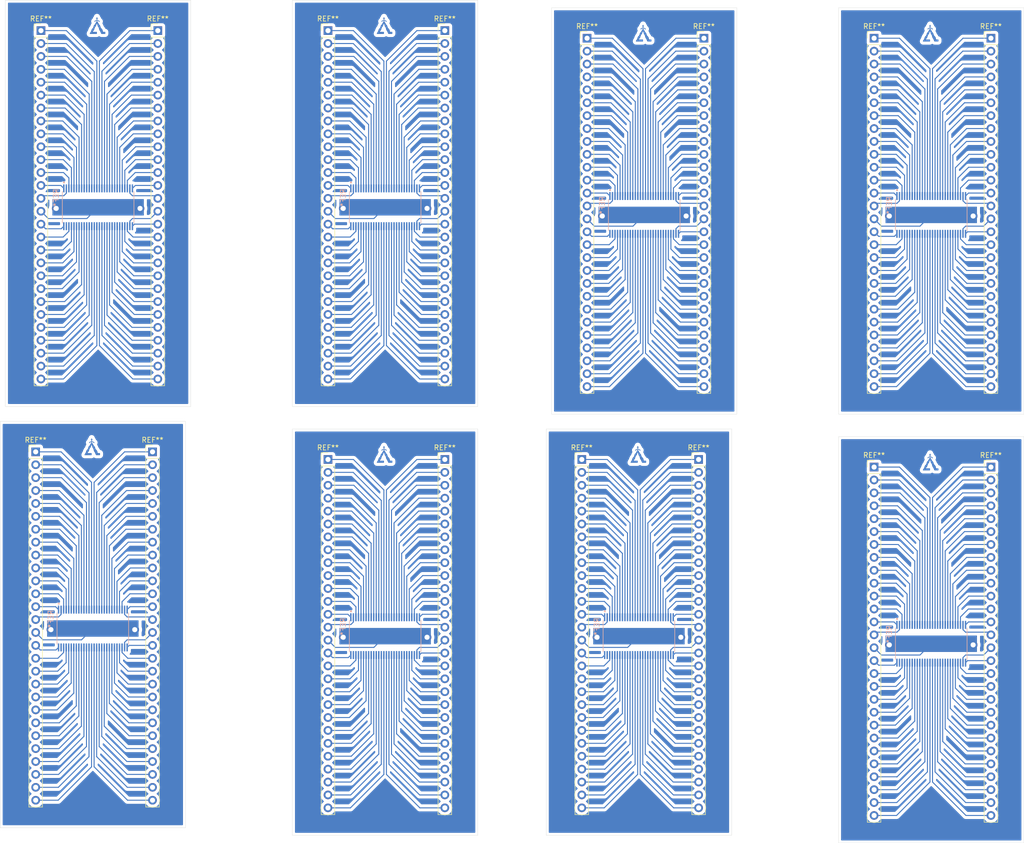
<source format=kicad_pcb>
(kicad_pcb (version 20240108) (generator "pcbnew") (generator_version "8.0")
  (layers (0 "F.Cu" signal) (31 "B.Cu" signal) (34 "B.Paste" user) (35 "F.Paste" user) (36 "B.SilkS" user "B.Silkscreen") (37 "F.SilkS" user "F.Silkscreen") (38 "B.Mask" user) (39 "F.Mask" user) (44 "Edge.Cuts" user))
  (net 0 "")
  (footprint "" (layer "F.Cu") (at 151.46 142)
    (property "Reference" "")
    (property "Value" "")
  )
  (footprint "imagenes:cdd" (layer "F.Cu") (at 200.5 108)
    (property "Reference" "G***" (hide yes))
    (property "Value" "LOGO" (hide yes))
  )
  (footprint "Connector_PinHeader_2.54mm:PinHeader_1x28_P2.54mm_Vertical" (layer "F.Cu") (at 212.5 108.5)
    (property "Reference" "REF**")
    (property "Value" "PinHeader_1x28_P2.54mm_Vertical" (hide yes))
  )
  (footprint "Connector_PinHeader_2.54mm:PinHeader_1x28_P2.54mm_Vertical" (layer "F.Cu") (at 82 107)
    (property "Reference" "REF**")
    (property "Value" "PinHeader_1x28_P2.54mm_Vertical" (hide yes))
  )
  (footprint "" (layer "F.Cu") (at 27.46 140.5)
    (property "Reference" "")
    (property "Value" "")
  )
  (footprint "" (layer "F.Cu") (at 192.5 59.08)
    (property "Reference" "")
    (property "Value" "")
  )
  (footprint "" (layer "F.Cu") (at 43.96 140.5)
    (property "Reference" "")
    (property "Value" "")
  )
  (footprint "Connector_PinHeader_2.54mm:PinHeader_1x28_P2.54mm_Vertical" (layer "F.Cu") (at 133 24.08)
    (property "Reference" "REF**")
    (property "Value" "PinHeader_1x28_P2.54mm_Vertical" (hide yes))
  )
  (footprint "" (layer "F.Cu") (at 28.5 57.58)
    (property "Reference" "")
    (property "Value" "")
  )
  (footprint "Connector_PinHeader_2.54mm:PinHeader_1x28_P2.54mm_Vertical" (layer "F.Cu") (at 25.5 22.58)
    (property "Reference" "REF**")
    (property "Value" "PinHeader_1x28_P2.54mm_Vertical" (hide yes))
  )
  (footprint "Connector_PinHeader_2.54mm:PinHeader_1x28_P2.54mm_Vertical" (layer "F.Cu") (at 82 22.58)
    (property "Reference" "REF**")
    (property "Value" "PinHeader_1x28_P2.54mm_Vertical" (hide yes))
  )
  (footprint "" (layer "F.Cu") (at 209 143.5)
    (property "Reference" "")
    (property "Value" "")
  )
  (footprint "" (layer "F.Cu") (at 45 57.58)
    (property "Reference" "")
    (property "Value" "")
  )
  (footprint "" (layer "F.Cu") (at 136 59.08)
    (property "Reference" "")
    (property "Value" "")
  )
  (footprint "Connector_PinHeader_2.54mm:PinHeader_1x28_P2.54mm_Vertical" (layer "F.Cu") (at 156 24.08)
    (property "Reference" "REF**")
    (property "Value" "PinHeader_1x28_P2.54mm_Vertical" (hide yes))
  )
  (footprint "Connector_PinHeader_2.54mm:PinHeader_1x28_P2.54mm_Vertical" (layer "F.Cu") (at 131.96 107)
    (property "Reference" "REF**")
    (property "Value" "PinHeader_1x28_P2.54mm_Vertical" (hide yes))
  )
  (footprint "Connector_PinHeader_2.54mm:PinHeader_1x28_P2.54mm_Vertical" (layer "F.Cu") (at 189.5 24.08)
    (property "Reference" "REF**")
    (property "Value" "PinHeader_1x28_P2.54mm_Vertical" (hide yes))
  )
  (footprint "Connector_PinHeader_2.54mm:PinHeader_1x28_P2.54mm_Vertical" (layer "F.Cu") (at 154.96 107)
    (property "Reference" "REF**")
    (property "Value" "PinHeader_1x28_P2.54mm_Vertical" (hide yes))
  )
  (footprint "Connector_PinHeader_2.54mm:PinHeader_1x28_P2.54mm_Vertical" (layer "F.Cu") (at 48.5 22.58)
    (property "Reference" "REF**")
    (property "Value" "PinHeader_1x28_P2.54mm_Vertical" (hide yes))
  )
  (footprint "" (layer "F.Cu") (at 152.5 59.08)
    (property "Reference" "")
    (property "Value" "")
  )
  (footprint "imagenes:cdd" (layer "F.Cu") (at 142.96 106.5)
    (property "Reference" "G***" (hide yes))
    (property "Value" "LOGO" (hide yes))
  )
  (footprint "" (layer "F.Cu") (at 101.5 57.58)
    (property "Reference" "")
    (property "Value" "")
  )
  (footprint "Connector_PinHeader_2.54mm:PinHeader_1x28_P2.54mm_Vertical" (layer "F.Cu") (at 24.46 105.5)
    (property "Reference" "REF**")
    (property "Value" "PinHeader_1x28_P2.54mm_Vertical" (hide yes))
  )
  (footprint "imagenes:cdd" (layer "F.Cu") (at 93 106.5)
    (property "Reference" "G***" (hide yes))
    (property "Value" "LOGO" (hide yes))
  )
  (footprint "" (layer "F.Cu") (at 85 57.58)
    (property "Reference" "")
    (property "Value" "")
  )
  (footprint "imagenes:cdd" (layer "F.Cu") (at 35.46 105)
    (property "Reference" "G***" (hide yes))
    (property "Value" "LOGO" (hide yes))
  )
  (footprint "" (layer "F.Cu") (at 85 142)
    (property "Reference" "")
    (property "Value" "")
  )
  (footprint "" (layer "F.Cu") (at 209 59.08)
    (property "Reference" "")
    (property "Value" "")
  )
  (footprint "" (layer "F.Cu") (at 134.96 142)
    (property "Reference" "")
    (property "Value" "")
  )
  (footprint "Connector_PinHeader_2.54mm:PinHeader_1x28_P2.54mm_Vertical" (layer "F.Cu") (at 105 107)
    (property "Reference" "REF**")
    (property "Value" "PinHeader_1x28_P2.54mm_Vertical" (hide yes))
  )
  (footprint "Connector_PinHeader_2.54mm:PinHeader_1x28_P2.54mm_Vertical" (layer "F.Cu") (at 212.5 24.08)
    (property "Reference" "REF**")
    (property "Value" "PinHeader_1x28_P2.54mm_Vertical" (hide yes))
  )
  (footprint "imagenes:cdd" (layer "F.Cu") (at 36.5 22.08)
    (property "Reference" "G***" (hide yes))
    (property "Value" "LOGO" (hide yes))
  )
  (footprint "imagenes:cdd" (layer "F.Cu") (at 144 23.58)
    (property "Reference" "G***" (hide yes))
    (property "Value" "LOGO" (hide yes))
  )
  (footprint "" (layer "F.Cu") (at 101.5 142)
    (property "Reference" "")
    (property "Value" "")
  )
  (footprint "imagenes:cdd" (layer "F.Cu") (at 93 22.08)
    (property "Reference" "G***" (hide yes))
    (property "Value" "LOGO" (hide yes))
  )
  (footprint "imagenes:cdd" (layer "F.Cu") (at 200.5 23.58)
    (property "Reference" "G***" (hide yes))
    (property "Value" "LOGO" (hide yes))
  )
  (footprint "Connector_PinHeader_2.54mm:PinHeader_1x28_P2.54mm_Vertical" (layer "F.Cu") (at 47.46 105.5)
    (property "Reference" "REF**")
    (property "Value" "PinHeader_1x28_P2.54mm_Vertical" (hide yes))
  )
  (footprint "Connector_PinHeader_2.54mm:PinHeader_1x28_P2.54mm_Vertical" (layer "F.Cu") (at 105 22.58)
    (property "Reference" "REF**")
    (property "Value" "PinHeader_1x28_P2.54mm_Vertical" (hide yes))
  )
  (footprint "Connector_PinHeader_2.54mm:PinHeader_1x28_P2.54mm_Vertical" (layer "F.Cu") (at 189.5 108.5)
    (property "Reference" "REF**")
    (property "Value" "PinHeader_1x28_P2.54mm_Vertical" (hide yes))
  )
  (footprint "" (layer "F.Cu") (at 192.5 143.5)
    (property "Reference" "")
    (property "Value" "")
  )
  (footprint "drv8301car:SOP50P810X120-57N" (layer "B.Cu") (at 143.21 141.78 -90)
    (property "Reference" "REF**")
    (property "Value" "SOP50P810X120-57N" (hide yes))
  )
  (footprint "drv8301car:SOP50P810X120-57N" (layer "B.Cu") (at 35.71 140.28 -90)
    (property "Reference" "REF**")
    (property "Value" "SOP50P810X120-57N" (hide yes))
  )
  (footprint "drv8301car:SOP50P810X120-57N" (layer "B.Cu") (at 93.25 141.78 -90)
    (property "Reference" "REF**")
    (property "Value" "SOP50P810X120-57N" (hide yes))
  )
  (footprint "drv8301car:SOP50P810X120-57N" (layer "B.Cu") (at 200.75 58.86 -90)
    (property "Reference" "REF**")
    (property "Value" "SOP50P810X120-57N" (hide yes))
  )
  (footprint "drv8301car:SOP50P810X120-57N" (layer "B.Cu") (at 93.25 57.36 -90)
    (property "Reference" "REF**")
    (property "Value" "SOP50P810X120-57N" (hide yes))
  )
  (footprint "drv8301car:SOP50P810X120-57N" (layer "B.Cu") (at 200.75 143.28 -90)
    (property "Reference" "REF**")
    (property "Value" "SOP50P810X120-57N" (hide yes))
  )
  (footprint "drv8301car:SOP50P810X120-57N" (layer "B.Cu") (at 36.75 57.36 -90)
    (property "Reference" "REF**")
    (property "Value" "SOP50P810X120-57N" (hide yes))
  )
  (footprint "drv8301car:SOP50P810X120-57N" (layer "B.Cu") (at 144.25 58.86 -90)
    (property "Reference" "REF**")
    (property "Value" "SOP50P810X120-57N" (hide yes))
  )
  (gr_rect (start 18.5 16.58) (end 55 96.58) (stroke (width 0.05)) (fill none) (layer "Edge.Cuts"))
  (gr_rect (start 124.96 101) (end 161.46 181) (stroke (width 0.05)) (fill none) (layer "Edge.Cuts"))
  (gr_rect (start 17.46 99.5) (end 53.96 179.5) (stroke (width 0.05)) (fill none) (layer "Edge.Cuts"))
  (gr_rect (start 126 18.08) (end 162.5 98.08) (stroke (width 0.05)) (fill none) (layer "Edge.Cuts"))
  (gr_rect (start 75 16.58) (end 111.5 96.58) (stroke (width 0.05)) (fill none) (layer "Edge.Cuts"))
  (gr_rect (start 182.5 102.5) (end 219 182.5) (stroke (width 0.05)) (fill none) (layer "Edge.Cuts"))
  (gr_rect (start 75 101) (end 111.5 181) (stroke (width 0.05)) (fill none) (layer "Edge.Cuts"))
  (gr_rect (start 182.5 18.08) (end 219 98.08) (stroke (width 0.05)) (fill none) (layer "Edge.Cuts"))
  (segment (start 37.96 159.5) (end 37.96 144) (width 0.2) (layer "B.Cu") (net 0))
  (segment (start 42.5 61.08) (end 42.5 62.08) (width 0.2) (layer "B.Cu") (net 0))
  (segment (start 90.5 39.08) (end 90.5 53.64) (width 0.2) (layer "B.Cu") (net 0))
  (segment (start 43.68 42.9) (end 41 45.58) (width 0.2) (layer "B.Cu") (net 0))
  (segment (start 207 24.08) (end 201 30.08) (width 0.2) (layer "B.Cu") (net 0))
  (segment (start 194.58 113.58) (end 199.5 118.5) (width 0.2) (layer "B.Cu") (net 0))
  (segment (start 212.5 166.92) (end 207.42 166.92) (width 0.2) (layer "B.Cu") (net 0))
  (segment (start 82 162.88) (end 86.62 162.88) (width 0.2) (layer "B.Cu") (net 0))
  (segment (start 105 35.28) (end 99.8 35.28) (width 0.2) (layer "B.Cu") (net 0))
  (segment (start 141.46 163) (end 141.46 145.5) (width 0.2) (layer "B.Cu") (net 0))
  (segment (start 196 67.58) (end 196 62.58) (width 0.2) (layer "B.Cu") (net 0))
  (segment (start 189.5 26.62) (end 194.46 26.62) (width 0.2) (layer "B.Cu") (net 0))
  (segment (start 131.96 175.58) (end 136.38 175.58) (width 0.2) (layer "B.Cu") (net 0))
  (segment (start 207.5 172) (end 202 166.5) (width 0.2) (layer "B.Cu") (net 0))
  (segment (start 25.5 73.38) (end 29.7 73.38) (width 0.2) (layer "B.Cu") (net 0))
  (segment (start 144.5 62.58) (end 144.5 86.08) (width 0.2) (layer "B.Cu") (net 0))
  (segment (start 207.76 156.76) (end 205 154) (width 0.2) (layer "B.Cu") (net 0))
  (segment (start 105 160.34) (end 100.34 160.34) (width 0.2) (layer "B.Cu") (net 0))
  (segment (start 28.78 125.82) (end 31.46 128.5) (width 0.2) (layer "B.Cu") (net 0))
  (segment (start 96 39.08) (end 96 53.64) (width 0.2) (layer "B.Cu") (net 0))
  (segment (start 86.46 173.04) (end 92.5 167) (width 0.2) (layer "B.Cu") (net 0))
  (segment (start 100 145.5) (end 100.4 145.1) (width 0.2) (layer "B.Cu") (net 0))
  (segment (start 86.62 114.62) (end 91.5 119.5) (width 0.2) (layer "B.Cu") (net 0))
  (segment (start 212.5 87.58) (end 207.5 87.58) (width 0.2) (layer "B.Cu") (net 0))
  (segment (start 104.48 139.5) (end 105 140.02) (width 0.2) (layer "B.Cu") (net 0))
  (segment (start 47.46 169) (end 42.46 169) (width 0.2) (layer "B.Cu") (net 0))
  (segment (start 189.5 79.96) (end 194.12 79.96) (width 0.2) (layer "B.Cu") (net 0))
  (segment (start 94.5 80.58) (end 94.5 61.08) (width 0.2) (layer "B.Cu") (net 0))
  (segment (start 205.5 49.58) (end 205.5 55.14) (width 0.2) (layer "B.Cu") (net 0))
  (segment (start 145.96 158.5) (end 145.96 145.5) (width 0.2) (layer "B.Cu") (net 0))
  (segment (start 131.96 114.62) (end 136.58 114.62) (width 0.2) (layer "B.Cu") (net 0))
  (segment (start 38.5 78.58) (end 38.5 61.08) (width 0.2) (layer "B.Cu") (net 0))
  (segment (start 149.46 139) (end 149.96 139.5) (width 0.2) (layer "B.Cu") (net 0))
  (segment (start 205 154) (end 205 147) (width 0.2) (layer "B.Cu") (net 0))
  (segment (start 207.5 147) (end 207.9 146.6) (width 0.2) (layer "B.Cu") (net 0))
  (segment (start 48.5 37.82) (end 43.26 37.82) (width 0.2) (layer "B.Cu") (net 0))
  (segment (start 99 145.5) (end 99 146.5) (width 0.2) (layer "B.Cu") (net 0))
  (segment (start 207.76 72.34) (end 205 69.58) (width 0.2) (layer "B.Cu") (net 0))
  (segment (start 189.5 36.78) (end 194.2 36.78) (width 0.2) (layer "B.Cu") (net 0))
  (segment (start 198 76.08) (end 198 62.58) (width 0.2) (layer "B.Cu") (net 0))
  (segment (start 47.46 158.84) (end 42.8 158.84) (width 0.2) (layer "B.Cu") (net 0))
  (segment (start 26.02 55.08) (end 25.5 55.6) (width 0.2) (layer "B.Cu") (net 0))
  (segment (start 36.5 28.58) (end 36.5 53.64) (width 0.2) (layer "B.Cu") (net 0))
  (segment (start 151.22 41.86) (end 148 45.08) (width 0.2) (layer "B.Cu") (net 0))
  (segment (start 99.84 117.16) (end 95.5 121.5) (width 0.2) (layer "B.Cu") (net 0))
  (segment (start 47.46 125.82) (end 42.64 125.82) (width 0.2) (layer "B.Cu") (net 0))
  (segment (start 82 75.92) (end 86.66 75.92) (width 0.2) (layer "B.Cu") (net 0))
  (segment (start 205.5 67.58) (end 207.72 69.8) (width 0.2) (layer "B.Cu") (net 0))
  (segment (start 134.44 61.08) (end 142.03 61.08) (width 0.2) (layer "B.Cu") (net 0))
  (segment (start 24.46 174.08) (end 28.88 174.08) (width 0.2) (layer "B.Cu") (net 0))
  (segment (start 43.5 61.08) (end 43.9 60.68) (width 0.2) (layer "B.Cu") (net 0))
  (segment (start 47.06 59.58) (end 48.5 58.14) (width 0.2) (layer "B.Cu") (net 0))
  (segment (start 136.7 122.24) (end 139.96 125.5) (width 0.2) (layer "B.Cu") (net 0))
  (segment (start 82 47.98) (end 86.4 47.98) (width 0.2) (layer "B.Cu") (net 0))
  (segment (start 200.5 114.5) (end 200.5 139.56) (width 0.2) (layer "B.Cu") (net 0))
  (segment (start 25.5 86.08) (end 30 86.08) (width 0.2) (layer "B.Cu") (net 0))
  (segment (start 24.46 120.74) (end 29.2 120.74) (width 0.2) (layer "B.Cu") (net 0))
  (segment (start 105 124.78) (end 100.22 124.78) (width 0.2) (layer "B.Cu") (net 0))
  (segment (start 151 55.14) (end 151.58 54.56) (width 0.2) (layer "B.Cu") (net 0))
  (segment (start 43.1 128.36) (end 40.46 131) (width 0.2) (layer "B.Cu") (net 0))
  (segment (start 154.96 114.62) (end 149.84 114.62) (width 0.2) (layer "B.Cu") (net 0))
  (segment (start 201 147) (end 201 170.5) (width 0.2) (layer "B.Cu") (net 0))
  (segment (start 154.96 173.04) (end 150 173.04) (width 0.2) (layer "B.Cu") (net 0))
  (segment (start 150.36 145.1) (end 154.96 145.1) (width 0.2) (layer "B.Cu") (net 0))
  (segment (start 189.5 111.04) (end 194.46 111.04) (width 0.2) (layer "B.Cu") (net 0))
  (segment (start 141.96 165) (end 141.96 145.5) (width 0.2) (layer "B.Cu") (net 0))
  (segment (start 206 65.58) (end 207.68 67.26) (width 0.2) (layer "B.Cu") (net 0))
  (segment (start 28.72 57.36) (end 28.5 57.58) (width 0.2) (layer "B.Cu") (net 0))
  (segment (start 88 148.5) (end 86.32 150.18) (width 0.2) (layer "B.Cu") (net 0))
  (segment (start 142.5 36.58) (end 142.5 55.14) (width 0.2) (layer "B.Cu") (net 0))
  (segment (start 36 53.64) (end 36 30.66) (width 0.2) (layer "B.Cu") (net 0))
  (segment (start 154.96 129.86) (end 150.6 129.86) (width 0.2) (layer "B.Cu") (net 0))
  (segment (start 207.46 169.46) (end 202.5 164.5) (width 0.2) (layer "B.Cu") (net 0))
  (segment (start 197.5 139.56) (end 197.5 127) (width 0.2) (layer "B.Cu") (net 0))
  (segment (start 136.62 117.16) (end 140.96 121.5) (width 0.2) (layer "B.Cu") (net 0))
  (segment (start 148 45.08) (end 148 55.14) (width 0.2) (layer "B.Cu") (net 0))
  (segment (start 47.98 55.08) (end 48.5 55.6) (width 0.2) (layer "B.Cu") (net 0))
  (segment (start 42.86 143.6) (end 47.46 143.6) (width 0.2) (layer "B.Cu") (net 0))
  (segment (start 208.14 131.36) (end 205.5 134) (width 0.2) (layer "B.Cu") (net 0))
  (segment (start 86.28 124.78) (end 89.5 128) (width 0.2) (layer "B.Cu") (net 0))
  (segment (start 137.5 55.14) (end 136.92 54.56) (width 0.2) (layer "B.Cu") (net 0))
  (segment (start 189.5 118.66) (end 194.16 118.66) (width 0.2) (layer "B.Cu") (net 0))
  (segment (start 138.5 62.58) (end 138.5 63.58) (width 0.2) (layer "B.Cu") (net 0))
  (segment (start 154.96 117.16) (end 149.8 117.16) (width 0.2) (layer "B.Cu") (net 0))
  (segment (start 93 169) (end 93 145.5) (width 0.2) (layer "B.Cu") (net 0))
  (segment (start 100 86.08) (end 94.5 80.58) (width 0.2) (layer "B.Cu") (net 0))
  (segment (start 92 165) (end 92 145.5) (width 0.2) (layer "B.Cu") (net 0))
  (segment (start 48.5 25.12) (end 42.96 25.12) (width 0.2) (layer "B.Cu") (net 0))
  (segment (start 193.42 54.56) (end 189.5 54.56) (width 0.2) (layer "B.Cu") (net 0))
  (segment (start 48.5 22.58) (end 43 22.58) (width 0.2) (layer "B.Cu") (net 0))
  (segment (start 131.96 112.08) (end 137.04 112.08) (width 0.2) (layer "B.Cu") (net 0))
  (segment (start 30.2 35.28) (end 34 39.08) (width 0.2) (layer "B.Cu") (net 0))
  (segment (start 31.96 126.5) (end 31.96 136.56) (width 0.2) (layer "B.Cu") (net 0))
  (segment (start 43 22.58) (end 37 28.58) (width 0.2) (layer "B.Cu") (net 0))
  (segment (start 200.5 86.08) (end 200.5 62.58) (width 0.2) (layer "B.Cu") (net 0))
  (segment (start 42.54 174.08) (end 47.46 174.08) (width 0.2) (layer "B.Cu") (net 0))
  (segment (start 29.46 105.5) (end 35.46 111.5) (width 0.2) (layer "B.Cu") (net 0))
  (segment (start 30 86.08) (end 35.5 80.58) (width 0.2) (layer "B.Cu") (net 0))
  (segment (start 135.88 137.48) (end 131.96 137.48) (width 0.2) (layer "B.Cu") (net 0))
  (segment (start 99.8 119.7) (end 96 123.5) (width 0.2) (layer "B.Cu") (net 0))
  (segment (start 150.18 152.72) (end 154.96 152.72) (width 0.2) (layer "B.Cu") (net 0))
  (segment (start 137.62 79.96) (end 141.5 76.08) (width 0.2) (layer "B.Cu") (net 0))
  (segment (start 100.08 91.16) (end 105 91.16) (width 0.2) (layer "B.Cu") (net 0))
  (segment (start 193.82 67.26) (end 189.5 67.26) (width 0.2) (layer "B.Cu") (net 0))
  (segment (start 203 123) (end 203 139.56) (width 0.2) (layer "B.Cu") (net 0))
  (segment (start 212.5 121.2) (end 207.3 121.2) (width 0.2) (layer "B.Cu") (net 0))
  (segment (start 105 30.2) (end 99.88 30.2) (width 0.2) (layer "B.Cu") (net 0))
  (segment (start 105 70.84) (end 100.26 70.84) (width 0.2) (layer "B.Cu") (net 0))
  (segment (start 43.72 68.3) (end 48.5 68.3) (width 0.2) (layer "B.Cu") (net 0))
  (segment (start 207 62.58) (end 207 61.58) (width 0.2) (layer "B.Cu") (net 0))
  (segment (start 35.5 32.58) (end 35.5 53.64) (width 0.2) (layer "B.Cu") (net 0))
  (segment (start 39.46 153) (end 42.76 156.3) (width 0.2) (layer "B.Cu") (net 0))
  (segment (start 207.88 164.38) (end 203.5 160) (width 0.2) (layer "B.Cu") (net 0))
  (segment (start 149.5 65.58) (end 151.18 67.26) (width 0.2) (layer "B.Cu") (net 0))
  (segment (start 47.46 118.2) (end 42.26 118.2) (width 0.2) (layer "B.Cu") (net 0))
  (segment (start 195.5 65.58) (end 193.82 67.26) (width 0.2) (layer "B.Cu") (net 0))
  (segment (start 31 51.58) (end 31 53.64) (width 0.2) (layer "B.Cu") (net 0))
  (segment (start 151.38 79.96) (end 147 75.58) (width 0.2) (layer "B.Cu") (net 0))
  (segment (start 91 76.58) (end 91 61.08) (width 0.2) (layer "B.Cu") (net 0))
  (segment (start 82 42.9) (end 86.32 42.9) (width 0.2) (layer "B.Cu") (net 0))
  (segment (start 137.4 49.48) (end 139 51.08) (width 0.2) (layer "B.Cu") (net 0))
  (segment (start 137.32 44.4) (end 140 47.08) (width 0.2) (layer "B.Cu") (net 0))
  (segment (start 207 139.56) (end 207 140.5) (width 0.2) (layer "B.Cu") (net 0))
  (segment (start 136.66 119.7) (end 140.46 123.5) (width 0.2) (layer "B.Cu") (net 0))
  (segment (start 92.5 138.06) (end 92.5 115.08) (width 0.2) (layer "B.Cu") (net 0))
  (segment (start 150.3 160.34) (end 146.46 156.5) (width 0.2) (layer "B.Cu") (net 0))
  (segment (start 99 61.08) (end 99 62.08) (width 0.2) (layer "B.Cu") (net 0))
  (segment (start 25.5 83.54) (end 29.96 83.54) (width 0.2) (layer "B.Cu") (net 0))
  (segment (start 82 132.4) (end 86.4 132.4) (width 0.2) (layer "B.Cu") (net 0))
  (segment (start 28.86 130.9) (end 30.46 132.5) (width 0.2) (layer "B.Cu") (net 0))
  (segment (start 131.96 147.64) (end 136.32 147.64) (width 0.2) (layer "B.Cu") (net 0))
  (segment (start 204 127) (end 204 139.56) (width 0.2) (layer "B.Cu") (net 0))
  (segment (start 82 22.58) (end 87 22.58) (width 0.2) (layer "B.Cu") (net 0))
  (segment (start 149 49.58) (end 149 55.14) (width 0.2) (layer "B.Cu") (net 0))
  (segment (start 140.46 123.5) (end 140.46 138.06) (width 0.2) (layer "B.Cu") (net 0))
  (segment (start 90.5 74.58) (end 90.5 61.08) (width 0.2) (layer "B.Cu") (net 0))
  (segment (start 82 127.32) (end 86.32 127.32) (width 0.2) (layer "B.Cu") (net 0))
  (segment (start 202.5 164.5) (end 202.5 147) (width 0.2) (layer "B.Cu") (net 0))
  (segment (start 131.96 152.72) (end 136.24 152.72) (width 0.2) (layer "B.Cu") (net 0))
  (segment (start 100.22 40.36) (end 97 43.58) (width 0.2) (layer "B.Cu") (net 0))
  (segment (start 194 85.08) (end 199 80.08) (width 0.2) (layer "B.Cu") (net 0))
  (segment (start 100.22 124.78) (end 97 128) (width 0.2) (layer "B.Cu") (net 0))
  (segment (start 144.96 163) (end 144.96 145.5) (width 0.2) (layer "B.Cu") (net 0))
  (segment (start 212.5 131.36) (end 208.14 131.36) (width 0.2) (layer "B.Cu") (net 0))
  (segment (start 189.5 133.9) (end 193.9 133.9) (width 0.2) (layer "B.Cu") (net 0))
  (segment (start 25.9 142.5) (end 33.49 142.5) (width 0.2) (layer "B.Cu") (net 0))
  (segment (start 197 129.5) (end 197 139.56) (width 0.2) (layer "B.Cu") (net 0))
  (segment (start 94.5 165) (end 94.5 145.5) (width 0.2) (layer "B.Cu") (net 0))
  (segment (start 189.5 64.72) (end 193.86 64.72) (width 0.2) (layer "B.Cu") (net 0))
  (segment (start 212.5 136.44) (end 208.06 136.44) (width 0.2) (layer "B.Cu") (net 0))
  (segment (start 194.12 31.7) (end 199 36.58) (width 0.2) (layer "B.Cu") (net 0))
  (segment (start 203.5 125) (end 203.5 139.56) (width 0.2) (layer "B.Cu") (net 0))
  (segment (start 97 128) (end 97 138.06) (width 0.2) (layer "B.Cu") (net 0))
  (segment (start 24.46 110.58) (end 29.54 110.58) (width 0.2) (layer "B.Cu") (net 0))
  (segment (start 212.5 24.08) (end 207 24.08) (width 0.2) (layer "B.Cu") (net 0))
  (segment (start 194.16 34.24) (end 198.5 38.58) (width 0.2) (layer "B.Cu") (net 0))
  (segment (start 137.04 112.08) (end 141.96 117) (width 0.2) (layer "B.Cu") (net 0))
  (segment (start 212.5 29.16) (end 206.92 29.16) (width 0.2) (layer "B.Cu") (net 0))
  (segment (start 96.5 41.08) (end 96.5 53.64) (width 0.2) (layer "B.Cu") (net 0))
  (segment (start 196 152) (end 196 147) (width 0.2) (layer "B.Cu") (net 0))
  (segment (start 28.74 151.22) (end 30.96 149) (width 0.2) (layer "B.Cu") (net 0))
  (segment (start 194.24 39.32) (end 197.5 42.58) (width 0.2) (layer "B.Cu") (net 0))
  (segment (start 148.46 148.5) (end 150.14 150.18) (width 0.2) (layer "B.Cu") (net 0))
  (segment (start 42.6 146.14) (end 47.46 146.14) (width 0.2) (layer "B.Cu") (net 0))
  (segment (start 133 79.96) (end 137.62 79.96) (width 0.2) (layer "B.Cu") (net 0))
  (segment (start 150.88 31.7) (end 146 36.58) (width 0.2) (layer "B.Cu") (net 0))
  (segment (start 149.38 112.08) (end 144.46 117) (width 0.2) (layer "B.Cu") (net 0))
  (segment (start 105 173.04) (end 100.04 173.04) (width 0.2) (layer "B.Cu") (net 0))
  (segment (start 150.5 24.08) (end 144.5 30.08) (width 0.2) (layer "B.Cu") (net 0))
  (segment (start 93 113) (end 93 138.06) (width 0.2) (layer "B.Cu") (net 0))
  (segment (start 42.46 144) (end 42.86 143.6) (width 0.2) (layer "B.Cu") (net 0))
  (segment (start 30.16 75.92) (end 33.5 72.58) (width 0.2) (layer "B.Cu") (net 0))
  (segment (start 24.46 166.46) (end 28.92 166.46) (width 0.2) (layer "B.Cu") (net 0))
  (segment (start 196 55.14) (end 196 49.08) (width 0.2) (layer "B.Cu") (net 0))
  (segment (start 136.46 145.5) (end 135.96 146) (width 0.2) (layer "B.Cu") (net 0))
  (segment (start 41.46 145) (end 42.6 146.14) (width 0.2) (layer "B.Cu") (net 0))
  (segment (start 25.5 47.98) (end 29.9 47.98) (width 0.2) (layer "B.Cu") (net 0))
  (segment (start 196 139.56) (end 196 133.5) (width 0.2) (layer "B.Cu") (net 0))
  (segment (start 154.96 134.94) (end 150.52 134.94) (width 0.2) (layer "B.Cu") (net 0))
  (segment (start 189.5 121.2) (end 194.2 121.2) (width 0.2) (layer "B.Cu") (net 0))
  (segment (start 194.12 116.12) (end 199 121) (width 0.2) (layer "B.Cu") (net 0))
  (segment (start 189.5 31.7) (end 194.12 31.7) (width 0.2) (layer "B.Cu") (net 0))
  (segment (start 47.46 171.54) (end 42.5 171.54) (width 0.2) (layer "B.Cu") (net 0))
  (segment (start 147.96 132.5) (end 147.96 138.06) (width 0.2) (layer "B.Cu") (net 0))
  (segment (start 99.76 37.82) (end 96.5 41.08) (width 0.2) (layer "B.Cu") (net 0))
  (segment (start 29.7 73.38) (end 33 70.08) (width 0.2) (layer "B.Cu") (net 0))
  (segment (start 98 48.08) (end 98 53.64) (width 0.2) (layer "B.Cu") (net 0))
  (segment (start 85.92 53.06) (end 82 53.06) (width 0.2) (layer "B.Cu") (net 0))
  (segment (start 140.5 71.58) (end 140.5 62.58) (width 0.2) (layer "B.Cu") (net 0))
  (segment (start 151 56.58) (end 155.48 56.58) (width 0.2) (layer "B.Cu") (net 0))
  (segment (start 154.96 124.78) (end 150.18 124.78) (width 0.2) (layer "B.Cu") (net 0))
  (segment (start 97.5 68.08) (end 97.5 61.08) (width 0.2) (layer "B.Cu") (net 0))
  (segment (start 207.26 123.74) (end 204 127) (width 0.2) (layer "B.Cu") (net 0))
  (segment (start 136.32 129.86) (end 131.96 129.86) (width 0.2) (layer "B.Cu") (net 0))
  (segment (start 29.96 134.5) (end 29.96 136.56) (width 0.2) (layer "B.Cu") (net 0))
  (segment (start 156 90.12) (end 151.04 90.12) (width 0.2) (layer "B.Cu") (net 0))
  (segment (start 42.68 151.22) (end 47.46 151.22) (width 0.2) (layer "B.Cu") (net 0))
  (segment (start 212.5 41.86) (end 207.72 41.86) (width 0.2) (layer "B.Cu") (net 0))
  (segment (start 198.53 61.08) (end 200.75 58.86) (width 0.2) (layer "B.Cu") (net 0))
  (segment (start 189.5 85.04) (end 193.96 85.04) (width 0.2) (layer "B.Cu") (net 0))
  (segment (start 199.5 82.08) (end 199.5 62.58) (width 0.2) (layer "B.Cu") (net 0))
  (segment (start 47.46 133.44) (end 43.02 133.44) (width 0.2) (layer "B.Cu") (net 0))
  (segment (start 212.5 174.54) (end 207.54 174.54) (width 0.2) (layer "B.Cu") (net 0))
  (segment (start 105 88.62) (end 100.04 88.62) (width 0.2) (layer "B.Cu") (net 0))
  (segment (start 105 162.88) (end 100.38 162.88) (width 0.2) (layer "B.Cu") (net 0))
  (segment (start 91.5 35.08) (end 91.5 53.64) (width 0.2) (layer "B.Cu") (net 0))
  (segment (start 189.5 108.5) (end 194.5 108.5) (width 0.2) (layer "B.Cu") (net 0))
  (segment (start 212.5 49.48) (end 208.1 49.48) (width 0.2) (layer "B.Cu") (net 0))
  (segment (start 194.16 161.84) (end 197.5 158.5) (width 0.2) (layer "B.Cu") (net 0))
  (segment (start 198 40.58) (end 198 55.14) (width 0.2) (layer "B.Cu") (net 0))
  (segment (start 131.96 119.7) (end 136.66 119.7) (width 0.2) (layer "B.Cu") (net 0))
  (segment (start 48.5 40.36) (end 43.72 40.36) (width 0.2) (layer "B.Cu") (net 0))
  (segment (start 143.46 145.5) (end 143.46 169) (width 0.2) (layer "B.Cu") (net 0))
  (segment (start 95 163) (end 95 145.5) (width 0.2) (layer "B.Cu") (net 0))
  (segment (start 190.02 56.58) (end 189.5 57.1) (width 0.2) (layer "B.Cu") (net 0))
  (segment (start 42.64 148.68) (end 47.46 148.68) (width 0.2) (layer "B.Cu") (net 0))
  (segment (start 151.22 69.8) (end 156 69.8) (width 0.2) (layer "B.Cu") (net 0))
  (segment (start 37.46 118) (end 37.46 136.56) (width 0.2) (layer "B.Cu") (net 0))
  (segment (start 86 61.58) (end 82.9 61.58) (width 0.2) (layer "B.Cu") (net 0))
  (segment (start 197.5 55.14) (end 197.5 42.58) (width 0.2) (layer "B.Cu") (net 0))
  (segment (start 206 147) (end 206 150) (width 0.2) (layer "B.Cu") (net 0))
  (segment (start 31.5 49.58) (end 31.5 53.64) (width 0.2) (layer "B.Cu") (net 0))
  (segment (start 154.96 122.24) (end 149.72 122.24) (width 0.2) (layer "B.Cu") (net 0))
  (segment (start 133 72.34) (end 137.26 72.34) (width 0.2) (layer "B.Cu") (net 0))
  (segment (start 195 147) (end 195 148) (width 0.2) (layer "B.Cu") (net 0))
  (segment (start 24.46 169) (end 28.96 169) (width 0.2) (layer "B.Cu") (net 0))
  (segment (start 201.5 116.5) (end 201.5 139.56) (width 0.2) (layer "B.Cu") (net 0))
  (segment (start 155.48 56.58) (end 156 57.1) (width 0.2) (layer "B.Cu") (net 0))
  (segment (start 99.8 35.28) (end 96 39.08) (width 0.2) (layer "B.Cu") (net 0))
  (segment (start 82 152.72) (end 86.28 152.72) (width 0.2) (layer "B.Cu") (net 0))
  (segment (start 86.7 35.28) (end 90.5 39.08) (width 0.2) (layer "B.Cu") (net 0))
  (segment (start 43 60.08) (end 43.5 59.58) (width 0.2) (layer "B.Cu") (net 0))
  (segment (start 105 129.86) (end 100.64 129.86) (width 0.2) (layer "B.Cu") (net 0))
  (segment (start 99 136.5) (end 99 138.06) (width 0.2) (layer "B.Cu") (net 0))
  (segment (start 156 85.04) (end 150.96 85.04) (width 0.2) (layer "B.Cu") (net 0))
  (segment (start 150.76 39.32) (end 147.5 42.58) (width 0.2) (layer "B.Cu") (net 0))
  (segment (start 91 37.08) (end 91 53.64) (width 0.2) (layer "B.Cu") (net 0))
  (segment (start 95.5 37.08) (end 95.5 53.64) (width 0.2) (layer "B.Cu") (net 0))
  (segment (start 144.46 117) (end 144.46 138.06) (width 0.2) (layer "B.Cu") (net 0))
  (segment (start 189.5 154.22) (end 193.78 154.22) (width 0.2) (layer "B.Cu") (net 0))
  (segment (start 40.5 61.08) (end 40.5 70.08) (width 0.2) (layer "B.Cu") (net 0))
  (segment (start 105 170.5) (end 100 170.5) (width 0.2) (layer "B.Cu") (net 0))
  (segment (start 196 49.08) (end 193.86 46.94) (width 0.2) (layer "B.Cu") (net 0))
  (segment (start 189.5 34.24) (end 194.16 34.24) (width 0.2) (layer "B.Cu") (net 0))
  (segment (start 141.96 117) (end 141.96 138.06) (width 0.2) (layer "B.Cu") (net 0))
  (segment (start 204.5 129.5) (end 204.5 139.56) (width 0.2) (layer "B.Cu") (net 0))
  (segment (start 156 52.02) (end 151.56 52.02) (width 0.2) (layer "B.Cu") (net 0))
  (segment (start 32.96 122) (end 32.96 136.56) (width 0.2) (layer "B.Cu") (net 0))
  (segment (start 100.04 88.62) (end 94 82.58) (width 0.2) (layer "B.Cu") (net 0))
  (segment (start 36.5 84.58) (end 36.5 61.08) (width 0.2) (layer "B.Cu") (net 0))
  (segment (start 207.3 36.78) (end 203.5 40.58) (width 0.2) (layer "B.Cu") (net 0))
  (segment (start 149.5 62.58) (end 149.5 65.58) (width 0.2) (layer "B.Cu") (net 0))
  (segment (start 201 62.58) (end 201 86.08) (width 0.2) (layer "B.Cu") (net 0))
  (segment (start 87 138.06) (end 87 139) (width 0.2) (layer "B.Cu") (net 0))
  (segment (start 193.86 64.72) (end 195 63.58) (width 0.2) (layer "B.Cu") (net 0))
  (segment (start 89.5 70.08) (end 89.5 61.08) (width 0.2) (layer "B.Cu") (net 0))
  (segment (start 136.22 155.26) (end 138.96 152.52) (width 0.2) (layer "B.Cu") (net 0))
  (segment (start 24.46 153.76) (end 28.72 153.76) (width 0.2) (layer "B.Cu") (net 0))
  (segment (start 194.58 29.16) (end 199.5 34.08) (width 0.2) (layer "B.Cu") (net 0))
  (segment (start 99.5 107) (end 93.5 113) (width 0.2) (layer "B.Cu") (net 0))
  (segment (start 143 34.08) (end 143 55.14) (width 0.2) (layer "B.Cu") (net 0))
  (segment (start 48.5 47.98) (end 44.1 47.98) (width 0.2) (layer "B.Cu") (net 0))
  (segment (start 137.66 77.42) (end 141 74.08) (width 0.2) (layer "B.Cu") (net 0))
  (segment (start 151.08 92.66) (end 156 92.66) (width 0.2) (layer "B.Cu") (net 0))
  (segment (start 86.62 78.46) (end 90.5 74.58) (width 0.2) (layer "B.Cu") (net 0))
  (segment (start 42.8 158.84) (end 38.96 155) (width 0.2) (layer "B.Cu") (net 0))
  (segment (start 149.46 145.5) (end 149.46 144.5) (width 0.2) (layer "B.Cu") (net 0))
  (segment (start 47.46 120.74) (end 42.22 120.74) (width 0.2) (layer "B.Cu") (net 0))
  (segment (start 87.5 136) (end 87.5 138.06) (width 0.2) (layer "B.Cu") (net 0))
  (segment (start 24.46 156.3) (end 28.66 156.3) (width 0.2) (layer "B.Cu") (net 0))
  (segment (start 194.16 77.42) (end 197.5 74.08) (width 0.2) (layer "B.Cu") (net 0))
  (segment (start 93.25 141.78) (end 85.22 141.78) (width 0.2) (layer "B.Cu") (net 0))
  (segment (start 30.96 136.56) (end 30.96 130.5) (width 0.2) (layer "B.Cu") (net 0))
  (segment (start 41.46 135) (end 41.46 136.56) (width 0.2) (layer "B.Cu") (net 0))
  (segment (start 92.5 30.66) (end 86.96 25.12) (width 0.2) (layer "B.Cu") (net 0))
  (segment (start 96.5 72.08) (end 96.5 61.08) (width 0.2) (layer "B.Cu") (net 0))
  (segment (start 131.96 167.96) (end 136.42 167.96) (width 0.2) (layer "B.Cu") (net 0))
  (segment (start 33.46 120) (end 33.46 136.56) (width 0.2) (layer "B.Cu") (net 0))
  (segment (start 212.5 39.32) (end 207.26 39.32) (width 0.2) (layer "B.Cu") (net 0))
  (segment (start 131.96 117.16) (end 136.62 117.16) (width 0.2) (layer "B.Cu") (net 0))
  (segment (start 139.5 49.08) (end 137.36 46.94) (width 0.2) (layer "B.Cu") (net 0))
  (segment (start 203 38.58) (end 203 55.14) (width 0.2) (layer "B.Cu") (net 0))
  (segment (start 192.5 59.08) (end 192.28 58.86) (width 0.2) (layer "B.Cu") (net 0))
  (segment (start 30.12 30.2) (end 35 35.08) (width 0.2) (layer "B.Cu") (net 0))
  (segment (start 42.46 138) (end 46.94 138) (width 0.2) (layer "B.Cu") (net 0))
  (segment (start 105 167.96) (end 99.96 167.96) (width 0.2) (layer "B.Cu") (net 0))
  (segment (start 149.46 144.5) (end 149.96 144) (width 0.2) (layer "B.Cu") (net 0))
  (segment (start 149.96 138.06) (end 150.54 137.48) (width 0.2) (layer "B.Cu") (net 0))
  (segment (start 40.46 144) (end 40.46 149) (width 0.2) (layer "B.Cu") (net 0))
  (segment (start 207.5 55.14) (end 208.08 54.56) (width 0.2) (layer "B.Cu") (net 0))
  (segment (start 82 112.08) (end 87.08 112.08) (width 0.2) (layer "B.Cu") (net 0))
  (segment (start 156 29.16) (end 150.42 29.16) (width 0.2) (layer "B.Cu") (net 0))
  (segment (start 204.5 147) (end 204.5 156) (width 0.2) (layer "B.Cu") (net 0))
  (segment (start 194.08 82.5) (end 198.5 78.08) (width 0.2) (layer "B.Cu") (net 0))
  (segment (start 86.66 32.74) (end 91 37.08) (width 0.2) (layer "B.Cu") (net 0))
  (segment (start 148.5 47.08) (end 148.5 55.14) (width 0.2) (layer "B.Cu") (net 0))
  (segment (start 33.46 159.5) (end 33.46 144) (width 0.2) (layer "B.Cu") (net 0))
  (segment (start 29.12 115.66) (end 33.46 120) (width 0.2) (layer "B.Cu") (net 0))
  (segment (start 30.5 54.58) (end 30 55.08) (width 0.2) (layer "B.Cu") (net 0))
  (segment (start 212.5 34.24) (end 207.34 34.24) (width 0.2) (layer "B.Cu") (net 0))
  (segment (start 92 32.58) (end 92 53.64) (width 0.2) (layer "B.Cu") (net 0))
  (segment (start 86.66 117.16) (end 91 121.5) (width 0.2) (layer "B.Cu") (net 0))
  (segment (start 87.5 145.5) (end 87.5 146.5) (width 0.2) (layer "B.Cu") (net 0))
  (segment (start 147 75.58) (end 147 62.58) (width 0.2) (layer "B.Cu") (net 0))
  (segment (start 148.5 69.58) (end 148.5 62.58) (width 0.2) (layer "B.Cu") (net 0))
  (segment (start 86.5 86.08) (end 92 80.58) (width 0.2) (layer "B.Cu") (net 0))
  (segment (start 205.5 134) (end 205.5 139.56) (width 0.2) (layer "B.Cu") (net 0))
  (segment (start 207.68 128.82) (end 205 131.5) (width 0.2) (layer "B.Cu") (net 0))
  (segment (start 37.46 161.5) (end 37.46 144) (width 0.2) (layer "B.Cu") (net 0))
  (segment (start 34.53 59.58) (end 36.75 57.36) (width 0.2) (layer "B.Cu") (net 0))
  (segment (start 199 164.5) (end 199 147) (width 0.2) (layer "B.Cu") (net 0))
  (segment (start 189.5 149.14) (end 193.86 149.14) (width 0.2) (layer "B.Cu") (net 0))
  (segment (start 48.5 86.08) (end 43.5 86.08) (width 0.2) (layer "B.Cu") (net 0))
  (segment (start 93.5 61.08) (end 93.5 84.58) (width 0.2) (layer "B.Cu") (net 0))
  (segment (start 30.08 81) (end 34.5 76.58) (width 0.2) (layer "B.Cu") (net 0))
  (segment (start 141 74.08) (end 141 62.58) (width 0.2) (layer "B.Cu") (net 0))
  (segment (start 42.72 153.76) (end 39.96 151) (width 0.2) (layer "B.Cu") (net 0))
  (segment (start 137.5 56.58) (end 133.52 56.58) (width 0.2) (layer "B.Cu") (net 0))
  (segment (start 143.96 167) (end 143.96 145.5) (width 0.2) (layer "B.Cu") (net 0))
  (segment (start 139.46 154.5) (end 139.46 145.5) (width 0.2) (layer "B.Cu") (net 0))
  (segment (start 146.96 128) (end 146.96 138.06) (width 0.2) (layer "B.Cu") (net 0))
  (segment (start 203.5 40.58) (end 203.5 55.14) (width 0.2) (layer "B.Cu") (net 0))
  (segment (start 24.46 115.66) (end 29.12 115.66) (width 0.2) (layer "B.Cu") (net 0))
  (segment (start 133 26.62) (end 137.96 26.62) (width 0.2) (layer "B.Cu") (net 0))
  (segment (start 85.22 57.36) (end 85 57.58) (width 0.2) (layer "B.Cu") (net 0))
  (segment (start 86.5 61.08) (end 86 61.58) (width 0.2) (layer "B.Cu") (net 0))
  (segment (start 194 139.56) (end 193.42 138.98) (width 0.2) (layer "B.Cu") (net 0))
  (segment (start 131.96 132.4) (end 136.36 132.4) (width 0.2) (layer "B.Cu") (net 0))
  (segment (start 97 70.08) (end 100.3 73.38) (width 0.2) (layer "B.Cu") (net 0))
  (segment (start 43.58 91.16) (end 48.5 91.16) (width 0.2) (layer "B.Cu") (net 0))
  (segment (start 39.5 74.08) (end 39.5 61.08) (width 0.2) (layer "B.Cu") (net 0))
  (segment (start 193.5 63.08) (end 190.4 63.08) (width 0.2) (layer "B.Cu") (net 0))
  (segment (start 82 155.26) (end 86.26 155.26) (width 0.2) (layer "B.Cu") (net 0))
  (segment (start 43.42 81) (end 39 76.58) (width 0.2) (layer "B.Cu") (net 0))
  (segment (start 47.46 166.46) (end 42.42 166.46) (width 0.2) (layer "B.Cu") (net 0))
  (segment (start 138.08 29.16) (end 143 34.08) (width 0.2) (layer "B.Cu") (net 0))
  (segment (start 212.5 123.74) (end 207.26 123.74) (width 0.2) (layer "B.Cu") (net 0))
  (segment (start 138.96 130) (end 138.96 138.06) (width 0.2) (layer "B.Cu") (net 0))
  (segment (start 194.24 123.74) (end 197.5 127) (width 0.2) (layer "B.Cu") (net 0))
  (segment (start 151.56 52.02) (end 150 53.58) (width 0.2) (layer "B.Cu") (net 0))
  (segment (start 136.62 160.34) (end 139.96 157) (width 0.2) (layer "B.Cu") (net 0))
  (segment (start 145 32.08) (end 145 55.14) (width 0.2) (layer "B.Cu") (net 0))
  (segment (start 204.5 62.58) (end 204.5 71.58) (width 0.2) (layer "B.Cu") (net 0))
  (segment (start 207.42 166.92) (end 203 162.5) (width 0.2) (layer "B.Cu") (net 0))
  (segment (start 207.5 62.58) (end 207.9 62.18) (width 0.2) (layer "B.Cu") (net 0))
  (segment (start 35.96 144) (end 35.96 167.5) (width 0.2) (layer "B.Cu") (net 0))
  (segment (start 30.5 53.64) (end 30.5 54.58) (width 0.2) (layer "B.Cu") (net 0))
  (segment (start 28.82 128.36) (end 24.46 128.36) (width 0.2) (layer "B.Cu") (net 0))
  (segment (start 28.38 135.98) (end 24.46 135.98) (width 0.2) (layer "B.Cu") (net 0))
  (segment (start 204.5 156) (end 207.8 159.3) (width 0.2) (layer "B.Cu") (net 0))
  (segment (start 147 40.58) (end 147 55.14) (width 0.2) (layer "B.Cu") (net 0))
  (segment (start 86.28 152.72) (end 88.5 150.5) (width 0.2) (layer "B.Cu") (net 0))
  (segment (start 99.46 109.54) (end 94 115) (width 0.2) (layer "B.Cu") (net 0))
  (segment (start 46.94 138) (end 47.46 138.52) (width 0.2) (layer "B.Cu") (net 0))
  (segment (start 206.92 29.16) (end 202 34.08) (width 0.2) (layer "B.Cu") (net 0))
  (segment (start 201 86.08) (end 207.58 92.66) (width 0.2) (layer "B.Cu") (net 0))
  (segment (start 136.32 147.64) (end 137.46 146.5) (width 0.2) (layer "B.Cu") (net 0))
  (segment (start 206.5 62.58) (end 206.5 63.58) (width 0.2) (layer "B.Cu") (net 0))
  (segment (start 98.5 64.08) (end 100.18 65.76) (width 0.2) (layer "B.Cu") (net 0))
  (segment (start 143.21 141.78) (end 135.18 141.78) (width 0.2) (layer "B.Cu") (net 0))
  (segment (start 136.28 150.18) (end 131.96 150.18) (width 0.2) (layer "B.Cu") (net 0))
  (segment (start 150.6 129.86) (end 147.96 132.5) (width 0.2) (layer "B.Cu") (net 0))
  (segment (start 193.92 92.66) (end 200.5 86.08) (width 0.2) (layer "B.Cu") (net 0))
  (segment (start 82 173.04) (end 86.46 173.04) (width 0.2) (layer "B.Cu") (net 0))
  (segment (start 189.5 144.06) (end 190.94 145.5) (width 0.2) (layer "B.Cu") (net 0))
  (segment (start 189.5 41.86) (end 193.78 41.86) (width 0.2) (layer "B.Cu") (net 0))
  (segment (start 189.5 164.38) (end 194.12 164.38) (width 0.2) (layer "B.Cu") (net 0))
  (segment (start 43 54.58) (end 43.5 55.08) (width 0.2) (layer "B.Cu") (net 0))
  (segment (start 207.54 174.54) (end 201.5 168.5) (width 0.2) (layer "B.Cu") (net 0))
  (segment (start 82 170.5) (end 86.5 170.5) (width 0.2) (layer "B.Cu") (net 0))
  (segment (start 207 56.08) (end 207.5 56.58) (width 0.2) (layer "B.Cu") (net 0))
  (segment (start 194.5 140.5) (end 194 141) (width 0.2) (layer "B.Cu") (net 0))
  (segment (start 156 77.42) (end 151.34 77.42) (width 0.2) (layer "B.Cu") (net 0))
  (segment (start 105 155.26) (end 100.26 155.26) (width 0.2) (layer "B.Cu") (net 0))
  (segment (start 100.18 150.18) (end 105 150.18) (width 0.2) (layer "B.Cu") (net 0))
  (segment (start 206 150) (end 207.68 151.68) (width 0.2) (layer "B.Cu") (net 0))
  (segment (start 24.46 158.84) (end 29.12 158.84) (width 0.2) (layer "B.Cu") (net 0))
  (segment (start 41.88 110.58) (end 36.96 115.5) (width 0.2) (layer "B.Cu") (net 0))
  (segment (start 154.96 127.32) (end 150.14 127.32) (width 0.2) (layer "B.Cu") (net 0))
  (segment (start 82 167.96) (end 86.46 167.96) (width 0.2) (layer "B.Cu") (net 0))
  (segment (start 38 80.58) (end 38 61.08) (width 0.2) (layer "B.Cu") (net 0))
  (segment (start 208.14 46.94) (end 205.5 49.58) (width 0.2) (layer "B.Cu") (net 0))
  (segment (start 82 50.52) (end 86.44 50.52) (width 0.2) (layer "B.Cu") (net 0))
  (segment (start 43 53.64) (end 43 54.58) (width 0.2) (layer "B.Cu") (net 0))
  (segment (start 43.26 37.82) (end 40 41.08) (width 0.2) (layer "B.Cu") (net 0))
  (segment (start 207 55.14) (end 207 56.08) (width 0.2) (layer "B.Cu") (net 0))
  (segment (start 197 45.08) (end 197 55.14) (width 0.2) (layer "B.Cu") (net 0))
  (segment (start 105 37.82) (end 99.76 37.82) (width 0.2) (layer "B.Cu") (net 0))
  (segment (start 200 84.08) (end 200 62.58) (width 0.2) (layer "B.Cu") (net 0))
  (segment (start 86.4 132.4) (end 88 134) (width 0.2) (layer "B.Cu") (net 0))
  (segment (start 86.66 160.34) (end 90 157) (width 0.2) (layer "B.Cu") (net 0))
  (segment (start 99.46 25.12) (end 94 30.58) (width 0.2) (layer "B.Cu") (net 0))
  (segment (start 82 157.8) (end 86.2 157.8) (width 0.2) (layer "B.Cu") (net 0))
  (segment (start 193.82 44.4) (end 196.5 47.08) (width 0.2) (layer "B.Cu") (net 0))
  (segment (start 189.5 24.08) (end 194.5 24.08) (width 0.2) (layer "B.Cu") (net 0))
  (segment (start 140 69.6) (end 140 62.58) (width 0.2) (layer "B.Cu") (net 0))
  (segment (start 151.3 74.88) (end 156 74.88) (width 0.2) (layer "B.Cu") (net 0))
  (segment (start 40.5 70.08) (end 43.8 73.38) (width 0.2) (layer "B.Cu") (net 0))
  (segment (start 89 152.52) (end 89 145.5) (width 0.2) (layer "B.Cu") (net 0))
  (segment (start 98 150.5) (end 100.22 152.72) (width 0.2) (layer "B.Cu") (net 0))
  (segment (start 40.96 147) (end 42.64 148.68) (width 0.2) (layer "B.Cu") (net 0))
  (segment (start 29.78 40.36) (end 33 43.58) (width 0.2) (layer "B.Cu") (net 0))
  (segment (start 146.46 156.5) (end 146.46 145.5) (width 0.2) (layer "B.Cu") (net 0))
  (segment (start 39.5 39.08) (end 39.5 53.64) (width 0.2) (layer "B.Cu") (net 0))
  (segment (start 35.71 140.28) (end 27.68 140.28) (width 0.2) (layer "B.Cu") (net 0))
  (segment (start 133 44.4) (end 137.32 44.4) (width 0.2) (layer "B.Cu") (net 0))
  (segment (start 47.46 123.28) (end 42.68 123.28) (width 0.2) (layer "B.Cu") (net 0))
  (segment (start 148 62.58) (end 148 71.58) (width 0.2) (layer "B.Cu") (net 0))
  (segment (start 100.14 63.22) (end 105 63.22) (width 0.2) (layer "B.Cu") (net 0))
  (segment (start 105 114.62) (end 99.88 114.62) (width 0.2) (layer "B.Cu") (net 0))
  (segment (start 100.22 68.3) (end 105 68.3) (width 0.2) (layer "B.Cu") (net 0))
  (segment (start 92 80.58) (end 92 61.08) (width 0.2) (layer "B.Cu") (net 0))
  (segment (start 87 22.58) (end 93 28.58) (width 0.2) (layer "B.Cu") (net 0))
  (segment (start 212.5 156.76) (end 207.76 156.76) (width 0.2) (layer "B.Cu") (net 0))
  (segment (start 151.34 77.42) (end 147.5 73.58) (width 0.2) (layer "B.Cu") (net 0))
  (segment (start 144.46 165) (end 144.46 145.5) (width 0.2) (layer "B.Cu") (net 0))
  (segment (start 33 43.58) (end 33 53.64) (width 0.2) (layer "B.Cu") (net 0))
  (segment (start 43.38 30.2) (end 38.5 35.08) (width 0.2) (layer "B.Cu") (net 0))
  (segment (start 33.5 72.58) (end 33.5 61.08) (width 0.2) (layer "B.Cu") (net 0))
  (segment (start 211.06 61.08) (end 212.5 59.64) (width 0.2) (layer "B.Cu") (net 0))
  (segment (start 137.66 34.24) (end 142 38.58) (width 0.2) (layer "B.Cu") (net 0))
  (segment (start 48.5 35.28) (end 43.3 35.28) (width 0.2) (layer "B.Cu") (net 0))
  (segment (start 207.84 77.42) (end 204 73.58) (width 0.2) (layer "B.Cu") (net 0))
  (segment (start 94.5 117) (end 94.5 138.06) (width 0.2) (layer "B.Cu") (net 0))
  (segment (start 105 119.7) (end 99.8 119.7) (width 0.2) (layer "B.Cu") (net 0))
  (segment (start 138.46 138.06) (end 138.46 132) (width 0.2) (layer "B.Cu") (net 0))
  (segment (start 150.56 132.4) (end 148.46 134.5) (width 0.2) (layer "B.Cu") (net 0))
  (segment (start 43.04 135.98) (end 47.46 135.98) (width 0.2) (layer "B.Cu") (net 0))
  (segment (start 139.46 128) (end 139.46 138.06) (width 0.2) (layer "B.Cu") (net 0))
  (segment (start 142 38.58) (end 142 55.14) (width 0.2) (layer "B.Cu") (net 0))
  (segment (start 149.96 139.5) (end 154.44 139.5) (width 0.2) (layer "B.Cu") (net 0))
  (segment (start 103.56 59.58) (end 105 58.14) (width 0.2) (layer "B.Cu") (net 0))
  (segment (start 86.46 167.96) (end 86.5 168) (width 0.2) (layer "B.Cu") (net 0))
  (segment (start 194.16 118.66) (end 198.5 123) (width 0.2) (layer "B.Cu") (net 0))
  (segment (start 29.04 163.92) (end 33.46 159.5) (width 0.2) (layer "B.Cu") (net 0))
  (segment (start 207.38 116.12) (end 202.5 121) (width 0.2) (layer "B.Cu") (net 0))
  (segment (start 133 92.66) (end 137.42 92.66) (width 0.2) (layer "B.Cu") (net 0))
  (segment (start 38.96 124) (end 38.96 136.56) (width 0.2) (layer "B.Cu") (net 0))
  (segment (start 150.14 127.32) (end 147.46 130) (width 0.2) (layer "B.Cu") (net 0))
  (segment (start 145.5 34.08) (end 145.5 55.14) (width 0.2) (layer "B.Cu") (net 0))
  (segment (start 48.5 70.84) (end 43.76 70.84) (width 0.2) (layer "B.Cu") (net 0))
  (segment (start 148.96 146.5) (end 150.1 147.64) (width 0.2) (layer "B.Cu") (net 0))
  (segment (start 48.5 75.92) (end 43.84 75.92) (width 0.2) (layer "B.Cu") (net 0))
  (segment (start 28.5 57.58) (end 28.28 57.36) (width 0.2) (layer "B.Cu") (net 0))
  (segment (start 43 61.08) (end 43 60.08) (width 0.2) (layer "B.Cu") (net 0))
  (segment (start 138 24.08) (end 144 30.08) (width 0.2) (layer "B.Cu") (net 0))
  (segment (start 103.56 144) (end 105 142.56) (width 0.2) (layer "B.Cu") (net 0))
  (segment (start 100 59.58) (end 103.56 59.58) (width 0.2) (layer "B.Cu") (net 0))
  (segment (start 82 165.42) (end 86.58 165.42) (width 0.2) (layer "B.Cu") (net 0))
  (segment (start 37.5 82.58) (end 37.5 61.08) (width 0.2) (layer "B.Cu") (net 0))
  (segment (start 206.5 63.58) (end 207.64 64.72) (width 0.2) (layer "B.Cu") (net 0))
  (segment (start 25.5 42.9) (end 29.82 42.9) (width 0.2) (layer "B.Cu") (net 0))
  (segment (start 94 30.58) (end 94 53.64) (width 0.2) (layer "B.Cu") (net 0))
  (segment (start 151 61.08) (end 154.56 61.08) (width 0.2) (layer "B.Cu") (net 0))
  (segment (start 207.64 149.14) (end 212.5 149.14) (width 0.2) (layer "B.Cu") (net 0))
  (segment (start 43.5 59.58) (end 47.06 59.58) (width 0.2) (layer "B.Cu") (net 0))
  (segment (start 93 84.58) (end 93 61.08) (width 0.2) (layer "B.Cu") (net 0))
  (segment (start 40 72.08) (end 40 61.08) (width 0.2) (layer "B.Cu") (net 0))
  (segment (start 189.5 44.4) (end 193.82 44.4) (width 0.2) (layer "B.Cu") (net 0))
  (segment (start 39 37.08) (end 39 53.64) (width 0.2) (layer "B.Cu") (net 0))
  (segment (start 90 72.58) (end 90 61.08) (width 0.2) (layer "B.Cu") (net 0))
  (segment (start 93.5 84.58) (end 100.08 91.16) (width 0.2) (layer "B.Cu") (net 0))
  (segment (start 137.62 31.7) (end 142.5 36.58) (width 0.2) (layer "B.Cu") (net 0))
  (segment (start 33.5 53.64) (end 33.5 41.08) (width 0.2) (layer "B.Cu") (net 0))
  (segment (start 150.84 34.24) (end 146.5 38.58) (width 0.2) (layer "B.Cu") (net 0))
  (segment (start 83.44 144) (end 91.03 144) (width 0.2) (layer "B.Cu") (net 0))
  (segment (start 95 119.5) (end 95 138.06) (width 0.2) (layer "B.Cu") (net 0))
  (segment (start 28.82 146.14) (end 29.96 145) (width 0.2) (layer "B.Cu") (net 0))
  (segment (start 100 138.06) (end 100.58 137.48) (width 0.2) (layer "B.Cu") (net 0))
  (segment (start 41.96 105.5) (end 35.96 111.5) (width 0.2) (layer "B.Cu") (net 0))
  (segment (start 25.5 91.16) (end 29.92 91.16) (width 0.2) (layer "B.Cu") (net 0))
  (segment (start 150 53.58) (end 150 55.14) (width 0.2) (layer "B.Cu") (net 0))
  (segment (start 194 56.58) (end 190.02 56.58) (width 0.2) (layer "B.Cu") (net 0))
  (segment (start 151.4 62.18) (end 156 62.18) (width 0.2) (layer "B.Cu") (net 0))
  (segment (start 28.92 171.54) (end 34.96 165.5) (width 0.2) (layer "B.Cu") (net 0))
  (segment (start 34.46 115.5) (end 34.46 136.56) (width 0.2) (layer "B.Cu") (net 0))
  (segment (start 202 166.5) (end 202 147) (width 0.2) (layer "B.Cu") (net 0))
  (segment (start 189.5 126.28) (end 193.78 126.28) (width 0.2) (layer "B.Cu") (net 0))
  (segment (start 36.46 113.5) (end 36.46 136.56) (width 0.2) (layer "B.Cu") (net 0))
  (segment (start 198.5 38.58) (end 198.5 55.14) (width 0.2) (layer "B.Cu") (net 0))
  (segment (start 131.96 142.56) (end 133.4 144) (width 0.2) (layer "B.Cu") (net 0))
  (segment (start 133 31.7) (end 137.62 31.7) (width 0.2) (layer "B.Cu") (net 0))
  (segment (start 86.44 134.94) (end 87.5 136) (width 0.2) (layer "B.Cu") (net 0))
  (segment (start 42.46 142.5) (end 46.02 142.5) (width 0.2) (layer "B.Cu") (net 0))
  (segment (start 197.5 158.5) (end 197.5 147) (width 0.2) (layer "B.Cu") (net 0))
  (segment (start 90 53.64) (end 90 41.08) (width 0.2) (layer "B.Cu") (net 0))
  (segment (start 207.3 121.2) (end 203.5 125) (width 0.2) (layer "B.Cu") (net 0))
  (segment (start 100.3 73.38) (end 105 73.38) (width 0.2) (layer "B.Cu") (net 0))
  (segment (start 136.46 170.5) (end 141.96 165) (width 0.2) (layer "B.Cu") (net 0))
  (segment (start 36 30.66) (end 30.46 25.12) (width 0.2) (layer "B.Cu") (net 0))
  (segment (start 37 84.58) (end 43.58 91.16) (width 0.2) (layer "B.Cu") (net 0))
  (segment (start 138.46 150.5) (end 138.46 145.5) (width 0.2) (layer "B.Cu") (net 0))
  (segment (start 194.12 79.96) (end 198 76.08) (width 0.2) (layer "B.Cu") (net 0))
  (segment (start 207.46 85.04) (end 202.5 80.08) (width 0.2) (layer "B.Cu") (net 0))
  (segment (start 133 36.78) (end 137.7 36.78) (width 0.2) (layer "B.Cu") (net 0))
  (segment (start 43.68 65.76) (end 48.5 65.76) (width 0.2) (layer "B.Cu") (net 0))
  (segment (start 189.5 90.12) (end 193.96 90.12) (width 0.2) (layer "B.Cu") (net 0))
  (segment (start 207.58 92.66) (end 212.5 92.66) (width 0.2) (layer "B.Cu") (net 0))
  (segment (start 29.12 158.84) (end 32.46 155.5) (width 0.2) (layer "B.Cu") (net 0))
  (segment (start 34 74.58) (end 34 61.08) (width 0.2) (layer "B.Cu") (net 0))
  (segment (start 38.5 35.08) (end 38.5 53.64) (width 0.2) (layer "B.Cu") (net 0))
  (segment (start 133.9 63.08) (end 133 62.18) (width 0.2) (layer "B.Cu") (net 0))
  (segment (start 143.5 84.08) (end 143.5 62.58) (width 0.2) (layer "B.Cu") (net 0))
  (segment (start 90 138.06) (end 90 125.5) (width 0.2) (layer "B.Cu") (net 0))
  (segment (start 149 67.58) (end 151.22 69.8) (width 0.2) (layer "B.Cu") (net 0))
  (segment (start 99.5 144.5) (end 100 144) (width 0.2) (layer "B.Cu") (net 0))
  (segment (start 193.94 52.02) (end 195 53.08) (width 0.2) (layer "B.Cu") (net 0))
  (segment (start 194.5 55.14) (end 194.5 56.08) (width 0.2) (layer "B.Cu") (net 0))
  (segment (start 82 142.56) (end 83.44 144) (width 0.2) (layer "B.Cu") (net 0))
  (segment (start 28.92 166.46) (end 28.96 166.5) (width 0.2) (layer "B.Cu") (net 0))
  (segment (start 142.96 113) (end 142.96 138.06) (width 0.2) (layer "B.Cu") (net 0))
  (segment (start 98.5 50.08) (end 98.5 53.64) (width 0.2) (layer "B.Cu") (net 0))
  (segment (start 89.5 128) (end 89.5 138.06) (width 0.2) (layer "B.Cu") (net 0))
  (segment (start 24.46 151.22) (end 28.74 151.22) (width 0.2) (layer "B.Cu") (net 0))
  (segment (start 150.42 29.16) (end 145.5 34.08) (width 0.2) (layer "B.Cu") (net 0))
  (segment (start 100 144) (end 103.56 144) (width 0.2) (layer "B.Cu") (net 0))
  (segment (start 100.26 155.26) (end 97.5 152.5) (width 0.2) (layer "B.Cu") (net 0))
  (segment (start 137.96 148.5) (end 136.28 150.18) (width 0.2) (layer "B.Cu") (net 0))
  (segment (start 149.88 165.42) (end 145.46 161) (width 0.2) (layer "B.Cu") (net 0))
  (segment (start 189.5 156.76) (end 193.76 156.76) (width 0.2) (layer "B.Cu") (net 0))
  (segment (start 206.92 113.58) (end 202 118.5) (width 0.2) (layer "B.Cu") (net 0))
  (segment (start 148 71.58) (end 151.3 74.88) (width 0.2) (layer "B.Cu") (net 0))
  (segment (start 90.5 123.5) (end 90.5 138.06) (width 0.2) (layer "B.Cu") (net 0))
  (segment (start 212.5 116.12) (end 207.38 116.12) (width 0.2) (layer "B.Cu") (net 0))
  (segment (start 105 117.16) (end 99.84 117.16) (width 0.2) (layer "B.Cu") (net 0))
  (segment (start 156 24.08) (end 150.5 24.08) (width 0.2) (layer "B.Cu") (net 0))
  (segment (start 86.62 30.2) (end 91.5 35.08) (width 0.2) (layer "B.Cu") (net 0))
  (segment (start 100.64 129.86) (end 98 132.5) (width 0.2) (layer "B.Cu") (net 0))
  (segment (start 196.5 154.02) (end 196.5 147) (width 0.2) (layer "B.Cu") (net 0))
  (segment (start 48.5 27.66) (end 42.92 27.66) (width 0.2) (layer "B.Cu") (net 0))
  (segment (start 105 109.54) (end 99.46 109.54) (width 0.2) (layer "B.Cu") (net 0))
  (segment (start 151.04 90.12) (end 145 84.08) (width 0.2) (layer "B.Cu") (net 0))
  (segment (start 154.96 155.26) (end 150.22 155.26) (width 0.2) (layer "B.Cu") (net 0))
  (segment (start 207.84 161.84) (end 204 158) (width 0.2) (layer "B.Cu") (net 0))
  (segment (start 150.18 124.78) (end 146.96 128) (width 0.2) (layer "B.Cu") (net 0))
  (segment (start 86.36 45.44) (end 82 45.44) (width 0.2) (layer "B.Cu") (net 0))
  (segment (start 136.46 139.5) (end 132.48 139.5) (width 0.2) (layer "B.Cu") (net 0))
  (segment (start 89 68.1) (end 89 61.08) (width 0.2) (layer "B.Cu") (net 0))
  (segment (start 30.5 22.58) (end 36.5 28.58) (width 0.2) (layer "B.Cu") (net 0))
  (segment (start 156 26.62) (end 150.46 26.62) (width 0.2) (layer "B.Cu") (net 0))
  (segment (start 28.46 144.5) (end 25.36 144.5) (width 0.2) (layer "B.Cu") (net 0))
  (segment (start 47.46 153.76) (end 42.72 153.76) (width 0.2) (layer "B.Cu") (net 0))
  (segment (start 149 62.58) (end 149 67.58) (width 0.2) (layer "B.Cu") (net 0))
  (segment (start 34.46 163.5) (end 34.46 144) (width 0.2) (layer "B.Cu") (net 0))
  (segment (start 86.58 81) (end 91 76.58) (width 0.2) (layer "B.Cu") (net 0))
  (segment (start 99 52.08) (end 99 53.64) (width 0.2) (layer "B.Cu") (net 0))
  (segment (start 137.44 52.02) (end 138.5 53.08) (width 0.2) (layer "B.Cu") (net 0))
  (segment (start 212.5 36.78) (end 207.3 36.78) (width 0.2) (layer "B.Cu") (net 0))
  (segment (start 151.14 64.72) (end 156 64.72) (width 0.2) (layer "B.Cu") (net 0))
  (segment (start 145.96 123.5) (end 145.96 138.06) (width 0.2) (layer "B.Cu") (net 0))
  (segment (start 47.46 161.38) (end 42.84 161.38) (width 0.2) (layer "B.Cu") (net 0))
  (segment (start 133 29.16) (end 138.08 29.16) (width 0.2) (layer "B.Cu") (net 0))
  (segment (start 89 45.58) (end 89 53.64) (width 0.2) (layer "B.Cu") (net 0))
  (segment (start 204 42.58) (end 204 55.14) (width 0.2) (layer "B.Cu") (net 0))
  (segment (start 99.5 22.58) (end 93.5 28.58) (width 0.2) (layer "B.Cu") (net 0))
  (segment (start 137.46 90.12) (end 143.5 84.08) (width 0.2) (layer "B.Cu") (net 0))
  (segment (start 212.5 85.04) (end 207.46 85.04) (width 0.2) (layer "B.Cu") (net 0))
  (segment (start 212.5 26.62) (end 206.96 26.62) (width 0.2) (layer "B.Cu") (net 0))
  (segment (start 143 82.08) (end 143 62.58) (width 0.2) (layer "B.Cu") (net 0))
  (segment (start 133 34.24) (end 137.66 34.24) (width 0.2) (layer "B.Cu") (net 0))
  (segment (start 204 73.58) (end 204 62.58) (width 0.2) (layer "B.Cu") (net 0))
  (segment (start 194.5 24.08) (end 200.5 30.08) (width 0.2) (layer "B.Cu") (net 0))
  (segment (start 88.5 47.58) (end 86.36 45.44) (width 0.2) (layer "B.Cu") (net 0))
  (segment (start 100.58 53.06) (end 105 53.06) (width 0.2) (layer "B.Cu") (net 0))
  (segment (start 47.46 115.66) (end 42.3 115.66) (width 0.2) (layer "B.Cu") (net 0))
  (segment (start 47.46 130.9) (end 43.06 130.9) (width 0.2) (layer "B.Cu") (net 0))
  (segment (start 136.4 134.94) (end 137.46 136) (width 0.2) (layer "B.Cu") (net 0))
  (segment (start 136.16 157.8) (end 139.46 154.5) (width 0.2) (layer "B.Cu") (net 0))
  (segment (start 37 61.08) (end 37 84.58) (width 0.2) (layer "B.Cu") (net 0))
  (segment (start 104.48 55.08) (end 105 55.6) (width 0.2) (layer "B.Cu") (net 0))
  (segment (start 212.5 128.82) (end 207.68 128.82) (width 0.2) (layer "B.Cu") (net 0))
  (segment (start 26.94 59.58) (end 34.53 59.58) (width 0.2) (layer "B.Cu") (net 0))
  (segment (start 156 36.78) (end 150.8 36.78) (width 0.2) (layer "B.Cu") (net 0))
  (segment (start 154.96 112.08) (end 149.38 112.08) (width 0.2) (layer "B.Cu") (net 0))
  (segment (start 97 43.58) (end 97 53.64) (width 0.2) (layer "B.Cu") (net 0))
  (segment (start 89 130) (end 89 138.06) (width 0.2) (layer "B.Cu") (net 0))
  (segment (start 100.56 50.52) (end 99 52.08) (width 0.2) (layer "B.Cu") (net 0))
  (segment (start 150.5 62.58) (end 150.5 61.58) (width 0.2) (layer "B.Cu") (net 0))
  (segment (start 32.46 136.56) (end 32.46 124) (width 0.2) (layer "B.Cu") (net 0))
  (segment (start 105 165.42) (end 99.92 165.42) (width 0.2) (layer "B.Cu") (net 0))
  (segment (start 154.96 107) (end 149.46 107) (width 0.2) (layer "B.Cu") (net 0))
  (segment (start 151.64 46.94) (end 149 49.58) (width 0.2) (layer "B.Cu") (net 0))
  (segment (start 149.84 114.62) (end 144.96 119.5) (width 0.2) (layer "B.Cu") (net 0))
  (segment (start 30.46 144) (end 30.46 147) (width 0.2) (layer "B.Cu") (net 0))
  (segment (start 100.3 157.8) (end 105 157.8) (width 0.2) (layer "B.Cu") (net 0))
  (segment (start 41.96 136.56) (end 41.96 137.5) (width 0.2) (layer "B.Cu") (net 0))
  (segment (start 200.75 58.86) (end 192.72 58.86) (width 0.2) (layer "B.Cu") (net 0))
  (segment (start 42.38 163.92) (end 37.96 159.5) (width 0.2) (layer "B.Cu") (net 0))
  (segment (start 200.5 30.08) (end 200.5 55.14) (width 0.2) (layer "B.Cu") (net 0))
  (segment (start 199.5 166.5) (end 199.5 147) (width 0.2) (layer "B.Cu") (net 0))
  (segment (start 200.75 143.28) (end 192.72 143.28) (width 0.2) (layer "B.Cu") (net 0))
  (segment (start 136.96 138.06) (end 136.96 139) (width 0.2) (layer "B.Cu") (net 0))
  (segment (start 150 63.58) (end 151.14 64.72) (width 0.2) (layer "B.Cu") (net 0))
  (segment (start 98.5 134.5) (end 98.5 138.06) (width 0.2) (layer "B.Cu") (net 0))
  (segment (start 206.96 111.04) (end 201.5 116.5) (width 0.2) (layer "B.Cu") (net 0))
  (segment (start 207.68 151.68) (end 212.5 151.68) (width 0.2) (layer "B.Cu") (net 0))
  (segment (start 24.46 118.2) (end 29.16 118.2) (width 0.2) (layer "B.Cu") (net 0))
  (segment (start 96 158.5) (end 96 145.5) (width 0.2) (layer "B.Cu") (net 0))
  (segment (start 200 116.58) (end 194.46 111.04) (width 0.2) (layer "B.Cu") (net 0))
  (segment (start 97 154.5) (end 100.3 157.8) (width 0.2) (layer "B.Cu") (net 0))
  (segment (start 206.5 138) (end 206.5 139.56) (width 0.2) (layer "B.Cu") (net 0))
  (segment (start 133 41.86) (end 137.28 41.86) (width 0.2) (layer "B.Cu") (net 0))
  (segment (start 194 87.58) (end 199.5 82.08) (width 0.2) (layer "B.Cu") (net 0))
  (segment (start 144 30.08) (end 144 55.14) (width 0.2) (layer "B.Cu") (net 0))
  (segment (start 29.86 45.44) (end 25.5 45.44) (width 0.2) (layer "B.Cu") (net 0))
  (segment (start 131.96 162.88) (end 136.58 162.88) (width 0.2) (layer "B.Cu") (net 0))
  (segment (start 38.46 157) (end 38.46 144) (width 0.2) (layer "B.Cu") (net 0))
  (segment (start 42.34 113.12) (end 37.46 118) (width 0.2) (layer "B.Cu") (net 0))
  (segment (start 82 25.12) (end 86.96 25.12) (width 0.2) (layer "B.Cu") (net 0))
  (segment (start 92.5 115.08) (end 86.96 109.54) (width 0.2) (layer "B.Cu") (net 0))
  (segment (start 131.96 160.34) (end 136.62 160.34) (width 0.2) (layer "B.Cu") (net 0))
  (segment (start 205.5 147) (end 205.5 152) (width 0.2) (layer "B.Cu") (net 0))
  (segment (start 212.5 111.04) (end 206.96 111.04) (width 0.2) (layer "B.Cu") (net 0))
  (segment (start 207 147) (end 207 146) (width 0.2) (layer "B.Cu") (net 0))
  (segment (start 147.96 150.5) (end 150.18 152.72) (width 0.2) (layer "B.Cu") (net 0))
  (segment (start 193.78 154.22) (end 196 152) (width 0.2) (layer "B.Cu") (net 0))
  (segment (start 92.5 82.58) (end 92.5 61.08) (width 0.2) (layer "B.Cu") (net 0))
  (segment (start 90.5 159) (end 90.5 145.5) (width 0.2) (layer "B.Cu") (net 0))
  (segment (start 194 62.58) (end 193.5 63.08) (width 0.2) (layer "B.Cu") (net 0))
  (segment (start 144 86.08) (end 144 62.58) (width 0.2) (layer "B.Cu") (net 0))
  (segment (start 40.96 133) (end 40.96 136.56) (width 0.2) (layer "B.Cu") (net 0))
  (segment (start 194.08 166.92) (end 198.5 162.5) (width 0.2) (layer "B.Cu") (net 0))
  (segment (start 133 77.42) (end 137.66 77.42) (width 0.2) (layer "B.Cu") (net 0))
  (segment (start 28.78 148.68) (end 24.46 148.68) (width 0.2) (layer "B.Cu") (net 0))
  (segment (start 30.16 32.74) (end 34.5 37.08) (width 0.2) (layer "B.Cu") (net 0))
  (segment (start 85 57.58) (end 84.78 57.36) (width 0.2) (layer "B.Cu") (net 0))
  (segment (start 87 54.58) (end 86.5 55.08) (width 0.2) (layer "B.Cu") (net 0))
  (segment (start 43.8 73.38) (end 48.5 73.38) (width 0.2) (layer "B.Cu") (net 0))
  (segment (start 82 78.46) (end 86.62 78.46) (width 0.2) (layer "B.Cu") (net 0))
  (segment (start 196.5 47.08) (end 196.5 55.14) (width 0.2) (layer "B.Cu") (net 0))
  (segment (start 100.64 45.44) (end 98 48.08) (width 0.2) (layer "B.Cu") (net 0))
  (segment (start 25.5 58.14) (end 26.94 59.58) (width 0.2) (layer "B.Cu") (net 0))
  (segment (start 196.5 131.5) (end 196.5 139.56) (width 0.2) (layer "B.Cu") (net 0))
  (segment (start 154.96 167.96) (end 149.92 167.96) (width 0.2) (layer "B.Cu") (net 0))
  (segment (start 141.5 76.08) (end 141.5 62.58) (width 0.2) (layer "B.Cu") (net 0))
  (segment (start 82 91.16) (end 86.42 91.16) (width 0.2) (layer "B.Cu") (net 0))
  (segment (start 131.96 124.78) (end 136.24 124.78) (width 0.2) (layer "B.Cu") (net 0))
  (segment (start 100 61.08) (end 100.4 60.68) (width 0.2) (layer "B.Cu") (net 0))
  (segment (start 133 85.04) (end 137.46 85.04) (width 0.2) (layer "B.Cu") (net 0))
  (segment (start 201.5 84.08) (end 201.5 62.58) (width 0.2) (layer "B.Cu") (net 0))
  (segment (start 194.2 121.2) (end 198 125) (width 0.2) (layer "B.Cu") (net 0))
  (segment (start 93 28.58) (end 93 53.64) (width 0.2) (layer "B.Cu") (net 0))
  (segment (start 133 49.48) (end 137.4 49.48) (width 0.2) (layer "B.Cu") (net 0))
  (segment (start 150.8 36.78) (end 147 40.58) (width 0.2) (layer "B.Cu") (net 0))
  (segment (start 145.5 82.08) (end 145.5 62.58) (width 0.2) (layer "B.Cu") (net 0))
  (segment (start 35.5 80.58) (end 35.5 61.08) (width 0.2) (layer "B.Cu") (net 0))
  (segment (start 88.5 53.64) (end 88.5 47.58) (width 0.2) (layer "B.Cu") (net 0))
  (segment (start 207.54 90.12) (end 201.5 84.08) (width 0.2) (layer "B.Cu") (net 0))
  (segment (start 82 134.94) (end 86.44 134.94) (width 0.2) (layer "B.Cu") (net 0))
  (segment (start 82 114.62) (end 86.62 114.62) (width 0.2) (layer "B.Cu") (net 0))
  (segment (start 136.54 165.42) (end 140.96 161) (width 0.2) (layer "B.Cu") (net 0))
  (segment (start 100.22 152.72) (end 105 152.72) (width 0.2) (layer "B.Cu") (net 0))
  (segment (start 82 58.14) (end 83.44 59.58) (width 0.2) (layer "B.Cu") (net 0))
  (segment (start 150.5 61.58) (end 151 61.08) (width 0.2) (layer "B.Cu") (net 0))
  (segment (start 150.04 175.58) (end 154.96 175.58) (width 0.2) (layer "B.Cu") (net 0))
  (segment (start 189.5 52.02) (end 193.94 52.02) (width 0.2) (layer "B.Cu") (net 0))
  (segment (start 144.5 86.08) (end 151.08 92.66) (width 0.2) (layer "B.Cu") (net 0))
  (segment (start 193.94 136.44) (end 195 137.5) (width 0.2) (layer "B.Cu") (net 0))
  (segment (start 146.46 125.5) (end 146.46 138.06) (width 0.2) (layer "B.Cu") (net 0))
  (segment (start 91.5 119.5) (end 91.5 138.06) (width 0.2) (layer "B.Cu") (net 0))
  (segment (start 105 45.44) (end 100.64 45.44) (width 0.2) (layer "B.Cu") (net 0))
  (segment (start 95.5 76.58) (end 95.5 61.08) (width 0.2) (layer "B.Cu") (net 0))
  (segment (start 151.6 49.48) (end 149.5 51.58) (width 0.2) (layer "B.Cu") (net 0))
  (segment (start 137 63.08) (end 133.9 63.08) (width 0.2) (layer "B.Cu") (net 0))
  (segment (start 194 55.14) (end 193.42 54.56) (width 0.2) (layer "B.Cu") (net 0))
  (segment (start 100 139.5) (end 104.48 139.5) (width 0.2) (layer "B.Cu") (net 0))
  (segment (start 86.5 55.08) (end 82.52 55.08) (width 0.2) (layer "B.Cu") (net 0))
  (segment (start 136.24 124.78) (end 139.46 128) (width 0.2) (layer "B.Cu") (net 0))
  (segment (start 98 132.5) (end 98 138.06) (width 0.2) (layer "B.Cu") (net 0))
  (segment (start 150.54 137.48) (end 154.96 137.48) (width 0.2) (layer "B.Cu") (net 0))
  (segment (start 24.46 125.82) (end 28.78 125.82) (width 0.2) (layer "B.Cu") (net 0))
  (segment (start 194.5 56.08) (end 194 56.58) (width 0.2) (layer "B.Cu") (net 0))
  (segment (start 211.06 145.5) (end 212.5 144.06) (width 0.2) (layer "B.Cu") (net 0))
  (segment (start 200 168.5) (end 200 147) (width 0.2) (layer "B.Cu") (net 0))
  (segment (start 212.5 79.96) (end 207.88 79.96) (width 0.2) (layer "B.Cu") (net 0))
  (segment (start 149.8 117.16) (end 145.46 121.5) (width 0.2) (layer "B.Cu") (net 0))
  (segment (start 99.5 61.08) (end 99.5 60.08) (width 0.2) (layer "B.Cu") (net 0))
  (segment (start 43.54 88.62) (end 37.5 82.58) (width 0.2) (layer "B.Cu") (net 0))
  (segment (start 32.5 68.1) (end 32.5 61.08) (width 0.2) (layer "B.Cu") (net 0))
  (segment (start 207.88 79.96) (end 203.5 75.58) (width 0.2) (layer "B.Cu") (net 0))
  (segment (start 25.5 27.66) (end 30.58 27.66) (width 0.2) (layer "B.Cu") (net 0))
  (segment (start 29.92 91.16) (end 36.5 84.58) (width 0.2) (layer "B.Cu") (net 0))
  (segment (start 29.42 53.06) (end 25.5 53.06) (width 0.2) (layer "B.Cu") (net 0))
  (segment (start 29.16 118.2) (end 32.96 122) (width 0.2) (layer "B.Cu") (net 0))
  (segment (start 189.5 74.88) (end 193.7 74.88) (width 0.2) (layer "B.Cu") (net 0))
  (segment (start 207.34 118.66) (end 203 123) (width 0.2) (layer "B.Cu") (net 0))
  (segment (start 140 47.08) (end 140 55.14) (width 0.2) (layer "B.Cu") (net 0))
  (segment (start 208.08 138.98) (end 212.5 138.98) (width 0.2) (layer "B.Cu") (net 0))
  (segment (start 156 31.7) (end 150.88 31.7) (width 0.2) (layer "B.Cu") (net 0))
  (segment (start 189.5 177.08) (end 193.92 177.08) (width 0.2) (layer "B.Cu") (net 0))
  (segment (start 43.9 60.68) (end 48.5 60.68) (width 0.2) (layer "B.Cu") (net 0))
  (segment (start 212.5 77.42) (end 207.84 77.42) (width 0.2) (layer "B.Cu") (net 0))
  (segment (start 207.26 39.32) (end 204 42.58) (width 0.2) (layer "B.Cu") (net 0))
  (segment (start 29.5 61.58) (end 26.4 61.58) (width 0.2) (layer "B.Cu") (net 0))
  (segment (start 139.96 157) (end 139.96 145.5) (width 0.2) (layer "B.Cu") (net 0))
  (segment (start 132.86 146) (end 131.96 145.1) (width 0.2) (layer "B.Cu") (net 0))
  (segment (start 194.2 36.78) (end 198 40.58) (width 0.2) (layer "B.Cu") (net 0))
  (segment (start 132.48 139.5) (end 131.96 140.02) (width 0.2) (layer "B.Cu") (net 0))
  (segment (start 200 139.56) (end 200 116.58) (width 0.2) (layer "B.Cu") (net 0))
  (segment (start 30 55.08) (end 26.02 55.08) (width 0.2) (layer "B.Cu") (net 0))
  (segment (start 193.92 177.08) (end 200.5 170.5) (width 0.2) (layer "B.Cu") (net 0))
  (segment (start 139.5 67.58) (end 139.5 62.58) (width 0.2) (layer "B.Cu") (net 0))
  (segment (start 100.18 42.9) (end 97.5 45.58) (width 0.2) (layer "B.Cu") (net 0))
  (segment (start 148.96 145.5) (end 148.96 146.5) (width 0.2) (layer "B.Cu") (net 0))
  (segment (start 82 119.7) (end 86.7 119.7) (width 0.2) (layer "B.Cu") (net 0))
  (segment (start 207.42 82.5) (end 203 78.08) (width 0.2) (layer "B.Cu") (net 0))
  (segment (start 150 62.58) (end 150 63.58) (width 0.2) (layer "B.Cu") (net 0))
  (segment (start 41 68.08) (end 41 61.08) (width 0.2) (layer "B.Cu") (net 0))
  (segment (start 206.96 26.62) (end 201.5 32.08) (width 0.2) (layer "B.Cu") (net 0))
  (segment (start 24.46 105.5) (end 29.46 105.5) (width 0.2) (layer "B.Cu") (net 0))
  (segment (start 133 74.88) (end 137.2 74.88) (width 0.2) (layer "B.Cu") (net 0))
  (segment (start 48.5 42.9) (end 43.68 42.9) (width 0.2) (layer "B.Cu") (net 0))
  (segment (start 105 27.66) (end 99.42 27.66) (width 0.2) (layer "B.Cu") (net 0))
  (segment (start 43.72 40.36) (end 40.5 43.58) (width 0.2) (layer "B.Cu") (net 0))
  (segment (start 41.96 144) (end 41.96 143) (width 0.2) (layer "B.Cu") (net 0))
  (segment (start 97.5 152.5) (end 97.5 145.5) (width 0.2) (layer "B.Cu") (net 0))
  (segment (start 194 172) (end 199.5 166.5) (width 0.2) (layer "B.Cu") (net 0))
  (segment (start 82.9 61.58) (end 82 60.68) (width 0.2) (layer "B.Cu") (net 0))
  (segment (start 29.78 68.3) (end 32 66.08) (width 0.2) (layer "B.Cu") (net 0))
  (segment (start 100.18 127.32) (end 97.5 130) (width 0.2) (layer "B.Cu") (net 0))
  (segment (start 25.5 75.92) (end 30.16 75.92) (width 0.2) (layer "B.Cu") (net 0))
  (segment (start 42.96 25.12) (end 37.5 30.58) (width 0.2) (layer "B.Cu") (net 0))
  (segment (start 206 136) (end 206 139.56) (width 0.2) (layer "B.Cu") (net 0))
  (segment (start 212.5 44.4) (end 207.68 44.4) (width 0.2) (layer "B.Cu") (net 0))
  (segment (start 193.96 85.04) (end 194 85.08) (width 0.2) (layer "B.Cu") (net 0))
  (segment (start 99 146.5) (end 100.14 147.64) (width 0.2) (layer "B.Cu") (net 0))
  (segment (start 93.5 113) (end 93.5 138.06) (width 0.2) (layer "B.Cu") (net 0))
  (segment (start 193.82 128.82) (end 196.5 131.5) (width 0.2) (layer "B.Cu") (net 0))
  (segment (start 93.5 28.58) (end 93.5 53.64) (width 0.2) (layer "B.Cu") (net 0))
  (segment (start 131.96 165.42) (end 136.54 165.42) (width 0.2) (layer "B.Cu") (net 0))
  (segment (start 202.5 36.58) (end 202.5 55.14) (width 0.2) (layer "B.Cu") (net 0))
  (segment (start 33 70.08) (end 33 61.08) (width 0.2) (layer "B.Cu") (net 0))
  (segment (start 28.96 169) (end 34.46 163.5) (width 0.2) (layer "B.Cu") (net 0))
  (segment (start 208.1 49.48) (end 206 51.58) (width 0.2) (layer "B.Cu") (net 0))
  (segment (start 43.34 32.74) (end 39 37.08) (width 0.2) (layer "B.Cu") (net 0))
  (segment (start 28.74 123.28) (end 31.96 126.5) (width 0.2) (layer "B.Cu") (net 0))
  (segment (start 211.98 56.58) (end 212.5 57.1) (width 0.2) (layer "B.Cu") (net 0))
  (segment (start 212.5 172) (end 207.5 172) (width 0.2) (layer "B.Cu") (net 0))
  (segment (start 208.06 52.02) (end 206.5 53.58) (width 0.2) (layer "B.Cu") (net 0))
  (segment (start 86.5 145.5) (end 86 146) (width 0.2) (layer "B.Cu") (net 0))
  (segment (start 82 40.36) (end 86.28 40.36) (width 0.2) (layer "B.Cu") (net 0))
  (segment (start 151 62.58) (end 151.4 62.18) (width 0.2) (layer "B.Cu") (net 0))
  (segment (start 212.5 82.5) (end 207.42 82.5) (width 0.2) (layer "B.Cu") (net 0))
  (segment (start 193.96 174.54) (end 200 168.5) (width 0.2) (layer "B.Cu") (net 0))
  (segment (start 133 24.08) (end 138 24.08) (width 0.2) (layer "B.Cu") (net 0))
  (segment (start 32.5 45.58) (end 32.5 53.64) (width 0.2) (layer "B.Cu") (net 0))
  (segment (start 195.5 147) (end 195.5 150) (width 0.2) (layer "B.Cu") (net 0))
  (segment (start 94 115) (end 94 138.06) (width 0.2) (layer "B.Cu") (net 0))
  (segment (start 156 39.32) (end 150.76 39.32) (width 0.2) (layer "B.Cu") (net 0))
  (segment (start 207.58 177.08) (end 212.5 177.08) (width 0.2) (layer "B.Cu") (net 0))
  (segment (start 204.5 45.08) (end 204.5 55.14) (width 0.2) (layer "B.Cu") (net 0))
  (segment (start 44.14 45.44) (end 41.5 48.08) (width 0.2) (layer "B.Cu") (net 0))
  (segment (start 207.5 145.5) (end 211.06 145.5) (width 0.2) (layer "B.Cu") (net 0))
  (segment (start 207.64 64.72) (end 212.5 64.72) (width 0.2) (layer "B.Cu") (net 0))
  (segment (start 86.4 47.98) (end 88 49.58) (width 0.2) (layer "B.Cu") (net 0))
  (segment (start 154.96 109.54) (end 149.42 109.54) (width 0.2) (layer "B.Cu") (net 0))
  (segment (start 151.18 67.26) (end 156 67.26) (width 0.2) (layer "B.Cu") (net 0))
  (segment (start 42.68 123.28) (end 39.46 126.5) (width 0.2) (layer "B.Cu") (net 0))
  (segment (start 195 137.5) (end 195 139.56) (width 0.2) (layer "B.Cu") (net 0))
  (segment (start 147.5 73.58) (end 147.5 62.58) (width 0.2) (layer "B.Cu") (net 0))
  (segment (start 95 35.08) (end 95 53.64) (width 0.2) (layer "B.Cu") (net 0))
  (segment (start 156 82.5) (end 150.92 82.5) (width 0.2) (layer "B.Cu") (net 0))
  (segment (start 100.34 75.92) (end 96.5 72.08) (width 0.2) (layer "B.Cu") (net 0))
  (segment (start 34 39.08) (end 34 53.64) (width 0.2) (layer "B.Cu") (net 0))
  (segment (start 136 59.08) (end 135.78 58.86) (width 0.2) (layer "B.Cu") (net 0))
  (segment (start 42.46 136.56) (end 43.04 135.98) (width 0.2) (layer "B.Cu") (net 0))
  (segment (start 189.5 128.82) (end 193.82 128.82) (width 0.2) (layer "B.Cu") (net 0))
  (segment (start 100 53.64) (end 100.58 53.06) (width 0.2) (layer "B.Cu") (net 0))
  (segment (start 196.5 69.6) (end 196.5 62.58) (width 0.2) (layer "B.Cu") (net 0))
  (segment (start 137.46 85.04) (end 137.5 85.08) (width 0.2) (layer "B.Cu") (net 0))
  (segment (start 35 35.08) (end 35 53.64) (width 0.2) (layer "B.Cu") (net 0))
  (segment (start 43.46 83.54) (end 38.5 78.58) (width 0.2) (layer "B.Cu") (net 0))
  (segment (start 86.2 73.38) (end 89.5 70.08) (width 0.2) (layer "B.Cu") (net 0))
  (segment (start 99.88 114.62) (end 95 119.5) (width 0.2) (layer "B.Cu") (net 0))
  (segment (start 48.5 30.2) (end 43.38 30.2) (width 0.2) (layer "B.Cu") (net 0))
  (segment (start 142.96 169) (end 142.96 145.5) (width 0.2) (layer "B.Cu") (net 0))
  (segment (start 99.5 138.06) (end 99.5 139) (width 0.2) (layer "B.Cu") (net 0))
  (segment (start 25.5 68.3) (end 29.78 68.3) (width 0.2) (layer "B.Cu") (net 0))
  (segment (start 190.4 63.08) (end 189.5 62.18) (width 0.2) (layer "B.Cu") (net 0))
  (segment (start 31.96 153) (end 31.96 144) (width 0.2) (layer "B.Cu") (net 0))
  (segment (start 42.5 171.54) (end 36.46 165.5) (width 0.2) (layer "B.Cu") (net 0))
  (segment (start 86.7 119.7) (end 90.5 123.5) (width 0.2) (layer "B.Cu") (net 0))
  (segment (start 99.76 122.24) (end 96.5 125.5) (width 0.2) (layer "B.Cu") (net 0))
  (segment (start 87 53.64) (end 87 54.58) (width 0.2) (layer "B.Cu") (net 0))
  (segment (start 99.5 60.08) (end 100 59.58) (width 0.2) (layer "B.Cu") (net 0))
  (segment (start 42.46 169) (end 36.96 163.5) (width 0.2) (layer "B.Cu") (net 0))
  (segment (start 88 61.08) (end 88 64.08) (width 0.2) (layer "B.Cu") (net 0))
  (segment (start 31.46 151.02) (end 31.46 144) (width 0.2) (layer "B.Cu") (net 0))
  (segment (start 24.46 171.54) (end 28.92 171.54) (width 0.2) (layer "B.Cu") (net 0))
  (segment (start 87 139) (end 86.5 139.5) (width 0.2) (layer "B.Cu") (net 0))
  (segment (start 137.26 72.34) (end 140 69.6) (width 0.2) (layer "B.Cu") (net 0))
  (segment (start 86.46 88.62) (end 92.5 82.58) (width 0.2) (layer "B.Cu") (net 0))
  (segment (start 43.02 133.44) (end 41.46 135) (width 0.2) (layer "B.Cu") (net 0))
  (segment (start 203 162.5) (end 203 147) (width 0.2) (layer "B.Cu") (net 0))
  (segment (start 193.78 69.8) (end 196 67.58) (width 0.2) (layer "B.Cu") (net 0))
  (segment (start 93.5 169) (end 100.08 175.58) (width 0.2) (layer "B.Cu") (net 0))
  (segment (start 33.96 118) (end 33.96 136.56) (width 0.2) (layer "B.Cu") (net 0))
  (segment (start 137.96 134) (end 137.96 138.06) (width 0.2) (layer "B.Cu") (net 0))
  (segment (start 193.76 72.34) (end 196.5 69.6) (width 0.2) (layer "B.Cu") (net 0))
  (segment (start 202 118.5) (end 202 139.56) (width 0.2) (layer "B.Cu") (net 0))
  (segment (start 207.8 74.88) (end 212.5 74.88) (width 0.2) (layer "B.Cu") (net 0))
  (segment (start 30.12 78.46) (end 34 74.58) (width 0.2) (layer "B.Cu") (net 0))
  (segment (start 189.5 92.66) (end 193.92 92.66) (width 0.2) (layer "B.Cu") (net 0))
  (segment (start 88.5 138.06) (end 88.5 132) (width 0.2) (layer "B.Cu") (net 0))
  (segment (start 136.38 175.58) (end 142.96 169) (width 0.2) (layer "B.Cu") (net 0))
  (segment (start 29.96 144) (end 29.96 145) (width 0.2) (layer "B.Cu") (net 0))
  (segment (start 138.96 152.52) (end 138.96 145.5) (width 0.2) (layer "B.Cu") (net 0))
  (segment (start 29.08 161.38) (end 32.96 157.5) (width 0.2) (layer "B.Cu") (net 0))
  (segment (start 29.76 70.84) (end 32.5 68.1) (width 0.2) (layer "B.Cu") (net 0))
  (segment (start 32.96 157.5) (end 32.96 144) (width 0.2) (layer "B.Cu") (net 0))
  (segment (start 48.5 78.46) (end 43.88 78.46) (width 0.2) (layer "B.Cu") (net 0))
  (segment (start 100.56 134.94) (end 99 136.5) (width 0.2) (layer "B.Cu") (net 0))
  (segment (start 39.46 126.5) (end 39.46 136.56) (width 0.2) (layer "B.Cu") (net 0))
  (segment (start 24.46 163.92) (end 29.04 163.92) (width 0.2) (layer "B.Cu") (net 0))
  (segment (start 87 107) (end 93 113) (width 0.2) (layer "B.Cu") (net 0))
  (segment (start 143.5 32.16) (end 137.96 26.62) (width 0.2) (layer "B.Cu") (net 0))
  (segment (start 143.46 113) (end 143.46 138.06) (width 0.2) (layer "B.Cu") (net 0))
  (segment (start 154.96 165.42) (end 149.88 165.42) (width 0.2) (layer "B.Cu") (net 0))
  (segment (start 133 59.64) (end 134.44 61.08) (width 0.2) (layer "B.Cu") (net 0))
  (segment (start 39.96 151) (end 39.96 144) (width 0.2) (layer "B.Cu") (net 0))
  (segment (start 201 114.5) (end 201 139.56) (width 0.2) (layer "B.Cu") (net 0))
  (segment (start 190.4 147.5) (end 189.5 146.6) (width 0.2) (layer "B.Cu") (net 0))
  (segment (start 42.5 62.08) (end 43.64 63.22) (width 0.2) (layer "B.Cu") (net 0))
  (segment (start 137.36 46.94) (end 133 46.94) (width 0.2) (layer "B.Cu") (net 0))
  (segment (start 105 22.58) (end 99.5 22.58) (width 0.2) (layer "B.Cu") (net 0))
  (segment (start 207.8 159.3) (end 212.5 159.3) (width 0.2) (layer "B.Cu") (net 0))
  (segment (start 82 35.28) (end 86.7 35.28) (width 0.2) (layer "B.Cu") (net 0))
  (segment (start 86.36 129.86) (end 82 129.86) (width 0.2) (layer "B.Cu") (net 0))
  (segment (start 86 146) (end 82.9 146) (width 0.2) (layer "B.Cu") (net 0))
  (segment (start 200.5 170.5) (end 200.5 147) (width 0.2) (layer "B.Cu") (net 0))
  (segment (start 30 53.64) (end 29.42 53.06) (width 0.2) (layer "B.Cu") (net 0))
  (segment (start 43.88 78.46) (end 39.5 74.08) (width 0.2) (layer "B.Cu") (net 0))
  (segment (start 193.5 147.5) (end 190.4 147.5) (width 0.2) (layer "B.Cu") (net 0))
  (segment (start 82 124.78) (end 86.28 124.78) (width 0.2) (layer "B.Cu") (net 0))
  (segment (start 139 62.58) (end 139 65.58) (width 0.2) (layer "B.Cu") (net 0))
  (segment (start 42.92 27.66) (end 38 32.58) (width 0.2) (layer "B.Cu") (net 0))
  (segment (start 150.14 150.18) (end 154.96 150.18) (width 0.2) (layer "B.Cu") (net 0))
  (segment (start 153.52 144) (end 154.96 142.56) (width 0.2) (layer "B.Cu") (net 0))
  (segment (start 91 121.5) (end 91 138.06) (width 0.2) (layer "B.Cu") (net 0))
  (segment (start 105 132.4) (end 100.6 132.4) (width 0.2) (layer "B.Cu") (net 0))
  (segment (start 139.5 55.14) (end 139.5 49.08) (width 0.2) (layer "B.Cu") (net 0))
  (segment (start 24.46 141.06) (end 25.9 142.5) (width 0.2) (layer "B.Cu") (net 0))
  (segment (start 195 62.58) (end 195 63.58) (width 0.2) (layer "B.Cu") (net 0))
  (segment (start 193.78 41.86) (end 197 45.08) (width 0.2) (layer "B.Cu") (net 0))
  (segment (start 189.5 113.58) (end 194.58 113.58) (width 0.2) (layer "B.Cu") (net 0))
  (segment (start 207.5 139.56) (end 208.08 138.98) (width 0.2) (layer "B.Cu") (net 0))
  (segment (start 82 122.24) (end 86.74 122.24) (width 0.2) (layer "B.Cu") (net 0))
  (segment (start 43.06 130.9) (end 40.96 133) (width 0.2) (layer "B.Cu") (net 0))
  (segment (start 28.66 156.3) (end 31.96 153) (width 0.2) (layer "B.Cu") (net 0))
  (segment (start 91 161) (end 91 145.5) (width 0.2) (layer "B.Cu") (net 0))
  (segment (start 92 117) (end 92 138.06) (width 0.2) (layer "B.Cu") (net 0))
  (segment (start 25.5 30.2) (end 30.12 30.2) (width 0.2) (layer "B.Cu") (net 0))
  (segment (start 42 50.08) (end 42 53.64) (width 0.2) (layer "B.Cu") (net 0))
  (segment (start 86.32 65.76) (end 82 65.76) (width 0.2) (layer "B.Cu") (net 0))
  (segment (start 82 73.38) (end 86.2 73.38) (width 0.2) (layer "B.Cu") (net 0))
  (segment (start 86.36 147.64) (end 87.5 146.5) (width 0.2) (layer "B.Cu") (net 0))
  (segment (start 207 146) (end 207.5 145.5) (width 0.2) (layer "B.Cu") (net 0))
  (segment (start 140.99 144) (end 143.21 141.78) (width 0.2) (layer "B.Cu") (net 0))
  (segment (start 100 170.5) (end 94.5 165) (width 0.2) (layer "B.Cu") (net 0))
  (segment (start 43.5 86.08) (end 38 80.58) (width 0.2) (layer "B.Cu") (net 0))
  (segment (start 189.5 77.42) (end 194.16 77.42) (width 0.2) (layer "B.Cu") (net 0))
  (segment (start 41.5 66.08) (end 43.72 68.3) (width 0.2) (layer "B.Cu") (net 0))
  (segment (start 86.5 168) (end 91.5 163) (width 0.2) (layer "B.Cu") (net 0))
  (segment (start 42.5 52.08) (end 42.5 53.64) (width 0.2) (layer "B.Cu") (net 0))
  (segment (start 189.5 136.44) (end 193.94 136.44) (width 0.2) (layer "B.Cu") (net 0))
  (segment (start 205 47.08) (end 205 55.14) (width 0.2) (layer "B.Cu") (net 0))
  (segment (start 142.46 167) (end 142.46 145.5) (width 0.2) (layer "B.Cu") (net 0))
  (segment (start 30.96 130.5) (end 28.82 128.36) (width 0.2) (layer "B.Cu") (net 0))
  (segment (start 149.96 145.5) (end 150.36 145.1) (width 0.2) (layer "B.Cu") (net 0))
  (segment (start 193.96 90.12) (end 200 84.08) (width 0.2) (layer "B.Cu") (net 0))
  (segment (start 24.98 138) (end 24.46 138.52) (width 0.2) (layer "B.Cu") (net 0))
  (segment (start 206.5 148) (end 207.64 149.14) (width 0.2) (layer "B.Cu") (net 0))
  (segment (start 26.4 61.58) (end 25.5 60.68) (width 0.2) (layer "B.Cu") (net 0))
  (segment (start 25.36 144.5) (end 24.46 143.6) (width 0.2) (layer "B.Cu") (net 0))
  (segment (start 29.46 137.5) (end 28.96 138) (width 0.2) (layer "B.Cu") (net 0))
  (segment (start 37.5 30.58) (end 37.5 53.64) (width 0.2) (layer "B.Cu") (net 0))
  (segment (start 42.64 125.82) (end 39.96 128.5) (width 0.2) (layer "B.Cu") (net 0))
  (segment (start 137.7 36.78) (end 141.5 40.58) (width 0.2) (layer "B.Cu") (net 0))
  (segment (start 197.5 74.08) (end 197.5 62.58) (width 0.2) (layer "B.Cu") (net 0))
  (segment (start 207.68 67.26) (end 212.5 67.26) (width 0.2) (layer "B.Cu") (net 0))
  (segment (start 137.96 145.5) (end 137.96 148.5) (width 0.2) (layer "B.Cu") (net 0))
  (segment (start 82 107) (end 87 107) (width 0.2) (layer "B.Cu") (net 0))
  (segment (start 86.74 37.82) (end 90 41.08) (width 0.2) (layer "B.Cu") (net 0))
  (segment (start 86.36 63.22) (end 87.5 62.08) (width 0.2) (layer "B.Cu") (net 0))
  (segment (start 29.94 50.52) (end 31 51.58) (width 0.2) (layer "B.Cu") (net 0))
  (segment (start 212.5 46.94) (end 208.14 46.94) (width 0.2) (layer "B.Cu") (net 0))
  (segment (start 44.1 47.98) (end 42 50.08) (width 0.2) (layer "B.Cu") (net 0))
  (segment (start 38.46 122) (end 38.46 136.56) (width 0.2) (layer "B.Cu") (net 0))
  (segment (start 99.42 112.08) (end 94.5 117) (width 0.2) (layer "B.Cu") (net 0))
  (segment (start 207.5 141) (end 211.98 141) (width 0.2) (layer "B.Cu") (net 0))
  (segment (start 99.96 167.96) (end 95 163) (width 0.2) (layer "B.Cu") (net 0))
  (segment (start 202 82.08) (end 202 62.58) (width 0.2) (layer "B.Cu") (net 0))
  (segment (start 82.52 139.5) (end 82 140.02) (width 0.2) (layer "B.Cu") (net 0))
  (segment (start 83.44 59.58) (end 91.03 59.58) (width 0.2) (layer "B.Cu") (net 0))
  (segment (start 136.92 54.56) (end 133 54.56) (width 0.2) (layer "B.Cu") (net 0))
  (segment (start 193.76 156.76) (end 196.5 154.02) (width 0.2) (layer "B.Cu") (net 0))
  (segment (start 96 74.08) (end 96 61.08) (width 0.2) (layer "B.Cu") (net 0))
  (segment (start 212.5 52.02) (end 208.06 52.02) (width 0.2) (layer "B.Cu") (net 0))
  (segment (start 31.5 64.08) (end 29.82 65.76) (width 0.2) (layer "B.Cu") (net 0))
  (segment (start 42 61.08) (end 42 64.08) (width 0.2) (layer "B.Cu") (net 0))
  (segment (start 97 145.5) (end 97 154.5) (width 0.2) (layer "B.Cu") (net 0))
  (segment (start 41.46 144) (end 41.46 145) (width 0.2) (layer "B.Cu") (net 0))
  (segment (start 86.28 68.3) (end 88.5 66.08) (width 0.2) (layer "B.Cu") (net 0))
  (segment (start 131.96 107) (end 136.96 107) (width 0.2) (layer "B.Cu") (net 0))
  (segment (start 142.03 61.08) (end 144.25 58.86) (width 0.2) (layer "B.Cu") (net 0))
  (segment (start 47.46 105.5) (end 41.96 105.5) (width 0.2) (layer "B.Cu") (net 0))
  (segment (start 197 71.58) (end 197 62.58) (width 0.2) (layer "B.Cu") (net 0))
  (segment (start 85 142) (end 84.78 141.78) (width 0.2) (layer "B.Cu") (net 0))
  (segment (start 40.96 144) (end 40.96 147) (width 0.2) (layer "B.Cu") (net 0))
  (segment (start 136.42 167.96) (end 136.46 168) (width 0.2) (layer "B.Cu") (net 0))
  (segment (start 148.46 134.5) (end 148.46 138.06) (width 0.2) (layer "B.Cu") (net 0))
  (segment (start 27.46 140.5) (end 27.24 140.28) (width 0.2) (layer "B.Cu") (net 0))
  (segment (start 25.5 88.62) (end 29.96 88.62) (width 0.2) (layer "B.Cu") (net 0))
  (segment (start 195.5 51.08) (end 195.5 55.14) (width 0.2) (layer "B.Cu") (net 0))
  (segment (start 42.22 120.74) (end 38.96 124) (width 0.2) (layer "B.Cu") (net 0))
  (segment (start 100.26 70.84) (end 97.5 68.08) (width 0.2) (layer "B.Cu") (net 0))
  (segment (start 37 28.58) (end 37 53.64) (width 0.2) (layer "B.Cu") (net 0))
  (segment (start 148.46 145.5) (end 148.46 148.5) (width 0.2) (layer "B.Cu") (net 0))
  (segment (start 86.46 83.54) (end 86.5 83.58) (width 0.2) (layer "B.Cu") (net 0))
  (segment (start 100.6 132.4) (end 98.5 134.5) (width 0.2) (layer "B.Cu") (net 0))
  (segment (start 29.08 113.12) (end 33.96 118) (width 0.2) (layer "B.Cu") (net 0))
  (segment (start 43.84 75.92) (end 40 72.08) (width 0.2) (layer "B.Cu") (net 0))
  (segment (start 29.86 63.22) (end 31 62.08) (width 0.2) (layer "B.Cu") (net 0))
  (segment (start 133 87.58) (end 137.5 87.58) (width 0.2) (layer "B.Cu") (net 0))
  (segment (start 47.46 113.12) (end 42.34 113.12) (width 0.2) (layer "B.Cu") (net 0))
  (segment (start 212.5 133.9) (end 208.1 133.9) (width 0.2) (layer "B.Cu") (net 0))
  (segment (start 35 78.58) (end 35 61.08) (width 0.2) (layer "B.Cu") (net 0))
  (segment (start 140.96 121.5) (end 140.96 138.06) (width 0.2) (layer "B.Cu") (net 0))
  (segment (start 34.96 136.56) (end 34.96 113.58) (width 0.2) (layer "B.Cu") (net 0))
  (segment (start 203.5 160) (end 203.5 147) (width 0.2) (layer "B.Cu") (net 0))
  (segment (start 137.5 87.58) (end 143 82.08) (width 0.2) (layer "B.Cu") (net 0))
  (segment (start 28.88 174.08) (end 35.46 167.5) (width 0.2) (layer "B.Cu") (net 0))
  (segment (start 133 52.02) (end 137.44 52.02) (width 0.2) (layer "B.Cu") (net 0))
  (segment (start 87.08 27.66) (end 92 32.58) (width 0.2) (layer "B.Cu") (net 0))
  (segment (start 105 32.74) (end 99.84 32.74) (width 0.2) (layer "B.Cu") (net 0))
  (segment (start 86.2 157.8) (end 89.5 154.5) (width 0.2) (layer "B.Cu") (net 0))
  (segment (start 87.5 51.58) (end 87.5 53.64) (width 0.2) (layer "B.Cu") (net 0))
  (segment (start 33.96 161.5) (end 33.96 144) (width 0.2) (layer "B.Cu") (net 0))
  (segment (start 156 72.34) (end 151.26 72.34) (width 0.2) (layer "B.Cu") (net 0))
  (segment (start 202 34.08) (end 202 55.14) (width 0.2) (layer "B.Cu") (net 0))
  (segment (start 105 122.24) (end 99.76 122.24) (width 0.2) (layer "B.Cu") (net 0))
  (segment (start 212.5 113.58) (end 206.92 113.58) (width 0.2) (layer "B.Cu") (net 0))
  (segment (start 137.5 85.08) (end 142.5 80.08) (width 0.2) (layer "B.Cu") (net 0))
  (segment (start 38.96 155) (end 38.96 144) (width 0.2) (layer "B.Cu") (net 0))
  (segment (start 48.5 81) (end 43.42 81) (width 0.2) (layer "B.Cu") (net 0))
  (segment (start 39.96 128.5) (end 39.96 136.56) (width 0.2) (layer "B.Cu") (net 0))
  (segment (start 25.5 70.84) (end 29.76 70.84) (width 0.2) (layer "B.Cu") (net 0))
  (segment (start 194.12 164.38) (end 198 160.5) (width 0.2) (layer "B.Cu") (net 0))
  (segment (start 48.5 83.54) (end 43.46 83.54) (width 0.2) (layer "B.Cu") (net 0))
  (segment (start 136.42 173.04) (end 142.46 167) (width 0.2) (layer "B.Cu") (net 0))
  (segment (start 194.5 139.56) (end 194.5 140.5) (width 0.2) (layer "B.Cu") (net 0))
  (segment (start 30 61.08) (end 29.5 61.58) (width 0.2) (layer "B.Cu") (net 0))
  (segment (start 29.46 136.56) (end 29.46 137.5) (width 0.2) (layer "B.Cu") (net 0))
  (segment (start 98.5 61.08) (end 98.5 64.08) (width 0.2) (layer "B.Cu") (net 0))
  (segment (start 189.5 116.12) (end 194.12 116.12) (width 0.2) (layer "B.Cu") (net 0))
  (segment (start 105 83.54) (end 99.96 83.54) (width 0.2) (layer "B.Cu") (net 0))
  (segment (start 98 61.08) (end 98 66.08) (width 0.2) (layer "B.Cu") (net 0))
  (segment (start 48.5 45.44) (end 44.14 45.44) (width 0.2) (layer "B.Cu") (net 0))
  (segment (start 144.25 58.86) (end 136.22 58.86) (width 0.2) (layer "B.Cu") (net 0))
  (segment (start 198.5 162.5) (end 198.5 147) (width 0.2) (layer "B.Cu") (net 0))
  (segment (start 36 82.58) (end 36 61.08) (width 0.2) (layer "B.Cu") (net 0))
  (segment (start 94.5 32.58) (end 94.5 53.64) (width 0.2) (layer "B.Cu") (net 0))
  (segment (start 212.5 31.7) (end 207.38 31.7) (width 0.2) (layer "B.Cu") (net 0))
  (segment (start 190.94 61.08) (end 198.53 61.08) (width 0.2) (layer "B.Cu") (net 0))
  (segment (start 136.58 162.88) (end 140.46 159) (width 0.2) (layer "B.Cu") (net 0))
  (segment (start 193.86 149.14) (end 195 148) (width 0.2) (layer "B.Cu") (net 0))
  (segment (start 100.38 162.88) (end 96 158.5) (width 0.2) (layer "B.Cu") (net 0))
  (segment (start 131.96 155.26) (end 136.22 155.26) (width 0.2) (layer "B.Cu") (net 0))
  (segment (start 189.5 39.32) (end 194.24 39.32) (width 0.2) (layer "B.Cu") (net 0))
  (segment (start 92.5 53.64) (end 92.5 30.66) (width 0.2) (layer "B.Cu") (net 0))
  (segment (start 100.04 173.04) (end 94 167) (width 0.2) (layer "B.Cu") (net 0))
  (segment (start 142.46 115.08) (end 136.92 109.54) (width 0.2) (layer "B.Cu") (net 0))
  (segment (start 96.5 125.5) (end 96.5 138.06) (width 0.2) (layer "B.Cu") (net 0))
  (segment (start 33.49 142.5) (end 35.71 140.28) (width 0.2) (layer "B.Cu") (net 0))
  (segment (start 86.42 91.16) (end 93 84.58) (width 0.2) (layer "B.Cu") (net 0))
  (segment (start 192.5 143.5) (end 192.28 143.28) (width 0.2) (layer "B.Cu") (net 0))
  (segment (start 133 39.32) (end 137.74 39.32) (width 0.2) (layer "B.Cu") (net 0))
  (segment (start 150.46 26.62) (end 145 32.08) (width 0.2) (layer "B.Cu") (net 0))
  (segment (start 100.08 175.58) (end 105 175.58) (width 0.2) (layer "B.Cu") (net 0))
  (segment (start 133 69.8) (end 137.28 69.8) (width 0.2) (layer "B.Cu") (net 0))
  (segment (start 131.96 122.24) (end 136.7 122.24) (width 0.2) (layer "B.Cu") (net 0))
  (segment (start 86.5 138.06) (end 85.92 137.48) (width 0.2) (layer "B.Cu") (net 0))
  (segment (start 105 134.94) (end 100.56 134.94) (width 0.2) (layer "B.Cu") (net 0))
  (segment (start 48.5 32.74) (end 43.34 32.74) (width 0.2) (layer "B.Cu") (net 0))
  (segment (start 98.5 148.5) (end 100.18 150.18) (width 0.2) (layer "B.Cu") (net 0))
  (segment (start 133 64.72) (end 137.36 64.72) (width 0.2) (layer "B.Cu") (net 0))
  (segment (start 147.96 145.5) (end 147.96 150.5) (width 0.2) (layer "B.Cu") (net 0))
  (segment (start 93.5 145.5) (end 93.5 169) (width 0.2) (layer "B.Cu") (net 0))
  (segment (start 156 87.58) (end 151 87.58) (width 0.2) (layer "B.Cu") (net 0))
  (segment (start 82 30.2) (end 86.62 30.2) (width 0.2) (layer "B.Cu") (net 0))
  (segment (start 198.53 145.5) (end 200.75 143.28) (width 0.2) (layer "B.Cu") (net 0))
  (segment (start 149.92 167.96) (end 144.96 163) (width 0.2) (layer "B.Cu") (net 0))
  (segment (start 156 79.96) (end 151.38 79.96) (width 0.2) (layer "B.Cu") (net 0))
  (segment (start 105 81) (end 99.92 81) (width 0.2) (layer "B.Cu") (net 0))
  (segment (start 154.96 119.7) (end 149.76 119.7) (width 0.2) (layer "B.Cu") (net 0))
  (segment (start 29.9 47.98) (end 31.5 49.58) (width 0.2) (layer "B.Cu") (net 0))
  (segment (start 40.46 131) (end 40.46 136.56) (width 0.2) (layer "B.Cu") (net 0))
  (segment (start 82 37.82) (end 86.74 37.82) (width 0.2) (layer "B.Cu") (net 0))
  (segment (start 91.5 78.58) (end 91.5 61.08) (width 0.2) (layer "B.Cu") (net 0))
  (segment (start 135.96 146) (end 132.86 146) (width 0.2) (layer "B.Cu") (net 0))
  (segment (start 29.82 65.76) (end 25.5 65.76) (width 0.2) (layer "B.Cu") (net 0))
  (segment (start 90 157) (end 90 145.5) (width 0.2) (layer "B.Cu") (net 0))
  (segment (start 24.46 123.28) (end 28.74 123.28) (width 0.2) (layer "B.Cu") (net 0))
  (segment (start 192.72 143.28) (end 192.5 143.5) (width 0.2) (layer "B.Cu") (net 0))
  (segment (start 28.96 166.5) (end 33.96 161.5) (width 0.2) (layer "B.Cu") (net 0))
  (segment (start 31.5 61.08) (end 31.5 64.08) (width 0.2) (layer "B.Cu") (net 0))
  (segment (start 85.92 137.48) (end 82 137.48) (width 0.2) (layer "B.Cu") (net 0))
  (segment (start 28.96 138) (end 24.98 138) (width 0.2) (layer "B.Cu") (net 0))
  (segment (start 137.32 67.26) (end 133 67.26) (width 0.2) (layer "B.Cu") (net 0))
  (segment (start 42.84 161.38) (end 38.46 157) (width 0.2) (layer "B.Cu") (net 0))
  (segment (start 29.96 83.54) (end 30 83.58) (width 0.2) (layer "B.Cu") (net 0))
  (segment (start 133 90.12) (end 137.46 90.12) (width 0.2) (layer "B.Cu") (net 0))
  (segment (start 24.46 133.44) (end 28.9 133.44) (width 0.2) (layer "B.Cu") (net 0))
  (segment (start 150.92 82.5) (end 146.5 78.08) (width 0.2) (layer "B.Cu") (net 0))
  (segment (start 150.52 134.94) (end 148.96 136.5) (width 0.2) (layer "B.Cu") (net 0))
  (segment (start 154.96 132.4) (end 150.56 132.4) (width 0.2) (layer "B.Cu") (net 0))
  (segment (start 41.5 61.08) (end 41.5 66.08) (width 0.2) (layer "B.Cu") (net 0))
  (segment (start 100.4 60.68) (end 105 60.68) (width 0.2) (layer "B.Cu") (net 0))
  (segment (start 25.5 40.36) (end 29.78 40.36) (width 0.2) (layer "B.Cu") (net 0))
  (segment (start 82 63.22) (end 86.36 63.22) (width 0.2) (layer "B.Cu") (net 0))
  (segment (start 193.86 131.36) (end 189.5 131.36) (width 0.2) (layer "B.Cu") (net 0))
  (segment (start 156 49.48) (end 151.6 49.48) (width 0.2) (layer "B.Cu") (net 0))
  (segment (start 156 41.86) (end 151.22 41.86) (width 0.2) (layer "B.Cu") (net 0))
  (segment (start 43.64 63.22) (end 48.5 63.22) (width 0.2) (layer "B.Cu") (net 0))
  (segment (start 34.5 76.58) (end 34.5 61.08) (width 0.2) (layer "B.Cu") (net 0))
  (segment (start 149.5 51.58) (end 149.5 55.14) (width 0.2) (layer "B.Cu") (net 0))
  (segment (start 29.54 110.58) (end 34.46 115.5) (width 0.2) (layer "B.Cu") (net 0))
  (segment (start 98 66.08) (end 100.22 68.3) (width 0.2) (layer "B.Cu") (net 0))
  (segment (start 28.96 136.56) (end 28.38 135.98) (width 0.2) (layer "B.Cu") (net 0))
  (segment (start 105 86.08) (end 100 86.08) (width 0.2) (layer "B.Cu") (net 0))
  (segment (start 207.5 87.58) (end 202 82.08) (width 0.2) (layer "B.Cu") (net 0))
  (segment (start 202.5 121) (end 202.5 139.56) (width 0.2) (layer "B.Cu") (net 0))
  (segment (start 189.5 159.3) (end 193.7 159.3) (width 0.2) (layer "B.Cu") (net 0))
  (segment (start 201.5 32.08) (end 201.5 55.14) (width 0.2) (layer "B.Cu") (net 0))
  (segment (start 100 55.08) (end 104.48 55.08) (width 0.2) (layer "B.Cu") (net 0))
  (segment (start 82 109.54) (end 86.96 109.54) (width 0.2) (layer "B.Cu") (net 0))
  (segment (start 97 61.08) (end 97 70.08) (width 0.2) (layer "B.Cu") (net 0))
  (segment (start 151 87.58) (end 145.5 82.08) (width 0.2) (layer "B.Cu") (net 0))
  (segment (start 212.5 169.46) (end 207.46 169.46) (width 0.2) (layer "B.Cu") (net 0))
  (segment (start 41.96 143) (end 42.46 142.5) (width 0.2) (layer "B.Cu") (net 0))
  (segment (start 42.76 156.3) (end 47.46 156.3) (width 0.2) (layer "B.Cu") (net 0))
  (segment (start 82 175.58) (end 86.42 175.58) (width 0.2) (layer "B.Cu") (net 0))
  (segment (start 193.42 138.98) (end 189.5 138.98) (width 0.2) (layer "B.Cu") (net 0))
  (segment (start 25.5 32.74) (end 30.16 32.74) (width 0.2) (layer "B.Cu") (net 0))
  (segment (start 208.06 136.44) (end 206.5 138) (width 0.2) (layer "B.Cu") (net 0))
  (segment (start 24.46 113.12) (end 29.08 113.12) (width 0.2) (layer "B.Cu") (net 0))
  (segment (start 94 167) (end 94 145.5) (width 0.2) (layer "B.Cu") (net 0))
  (segment (start 41 45.58) (end 41 53.64) (width 0.2) (layer "B.Cu") (net 0))
  (segment (start 147.46 130) (end 147.46 138.06) (width 0.2) (layer "B.Cu") (net 0))
  (segment (start 99.5 145.5) (end 99.5 144.5) (width 0.2) (layer "B.Cu") (net 0))
  (segment (start 30.58 27.66) (end 35.5 32.58) (width 0.2) (layer "B.Cu") (net 0))
  (segment (start 195.5 135.5) (end 195.5 139.56) (width 0.2) (layer "B.Cu") (net 0))
  (segment (start 198.5 123) (end 198.5 139.56) (width 0.2) (layer "B.Cu") (net 0))
  (segment (start 38 32.58) (end 38 53.64) (width 0.2) (layer "B.Cu") (net 0))
  (segment (start 86.32 150.18) (end 82 150.18) (width 0.2) (layer "B.Cu") (net 0))
  (segment (start 99 62.08) (end 100.14 63.22) (width 0.2) (layer "B.Cu") (net 0))
  (segment (start 42.3 115.66) (end 37.96 120) (width 0.2) (layer "B.Cu") (net 0))
  (segment (start 100.14 147.64) (end 105 147.64) (width 0.2) (layer "B.Cu") (net 0))
  (segment (start 40.46 149) (end 42.68 151.22) (width 0.2) (layer "B.Cu") (net 0))
  (segment (start 95 78.58) (end 95 61.08) (width 0.2) (layer "B.Cu") (net 0))
  (segment (start 202.5 80.08) (end 202.5 62.58) (width 0.2) (layer "B.Cu") (net 0))
  (segment (start 82 68.3) (end 86.28 68.3) (width 0.2) (layer "B.Cu") (net 0))
  (segment (start 25.5 35.28) (end 30.2 35.28) (width 0.2) (layer "B.Cu") (net 0))
  (segment (start 82 117.16) (end 86.66 117.16) (width 0.2) (layer "B.Cu") (net 0))
  (segment (start 204.5 71.58) (end 207.8 74.88) (width 0.2) (layer "B.Cu") (net 0))
  (segment (start 131.96 157.8) (end 136.16 157.8) (width 0.2) (layer "B.Cu") (net 0))
  (segment (start 212.5 108.5) (end 207 108.5) (width 0.2) (layer "B.Cu") (net 0))
  (segment (start 150 173.04) (end 143.96 167) (width 0.2) (layer "B.Cu") (net 0))
  (segment (start 39 76.58) (end 39 61.08) (width 0.2) (layer "B.Cu") (net 0))
  (segment (start 99.5 54.58) (end 100 55.08) (width 0.2) (layer "B.Cu") (net 0))
  (segment (start 206 62.58) (end 206 65.58) (width 0.2) (layer "B.Cu") (net 0))
  (segment (start 138.5 53.08) (end 138.5 55.14) (width 0.2) (layer "B.Cu") (net 0))
  (segment (start 94 82.58) (end 94 61.08) (width 0.2) (layer "B.Cu") (net 0))
  (segment (start 146.5 38.58) (end 146.5 55.14) (width 0.2) (layer "B.Cu") (net 0))
  (segment (start 140.5 45.08) (end 140.5 55.14) (width 0.2) (layer "B.Cu") (net 0))
  (segment (start 105 25.12) (end 99.46 25.12) (width 0.2) (layer "B.Cu") (net 0))
  (segment (start 139 51.08) (end 139 55.14) (width 0.2) (layer "B.Cu") (net 0))
  (segment (start 105 78.46) (end 100.38 78.46) (width 0.2) (layer "B.Cu") (net 0))
  (segment (start 150.26 157.8) (end 154.96 157.8) (width 0.2) (layer "B.Cu") (net 0))
  (segment (start 206.5 53.58) (end 206.5 55.14) (width 0.2) (layer "B.Cu") (net 0))
  (segment (start 43.5 53.64) (end 44.08 53.06) (width 0.2) (layer "B.Cu") (net 0))
  (segment (start 30 83.58) (end 35 78.58) (width 0.2) (layer "B.Cu") (net 0))
  (segment (start 198 160.5) (end 198 147) (width 0.2) (layer "B.Cu") (net 0))
  (segment (start 189.5 123.74) (end 194.24 123.74) (width 0.2) (layer "B.Cu") (net 0))
  (segment (start 87.5 61.08) (end 87.5 62.08) (width 0.2) (layer "B.Cu") (net 0))
  (segment (start 24.46 130.9) (end 28.86 130.9) (width 0.2) (layer "B.Cu") (net 0))
  (segment (start 105 40.36) (end 100.22 40.36) (width 0.2) (layer "B.Cu") (net 0))
  (segment (start 99.84 32.74) (end 95.5 37.08) (width 0.2) (layer "B.Cu") (net 0))
  (segment (start 145.46 121.5) (end 145.46 138.06) (width 0.2) (layer "B.Cu") (net 0))
  (segment (start 212.5 161.84) (end 207.84 161.84) (width 0.2) (layer "B.Cu") (net 0))
  (segment (start 149.42 109.54) (end 143.96 115) (width 0.2) (layer "B.Cu") (net 0))
  (segment (start 154.96 170.5) (end 149.96 170.5) (width 0.2) (layer "B.Cu") (net 0))
  (segment (start 25.5 37.82) (end 30.24 37.82) (width 0.2) (layer "B.Cu") (net 0))
  (segment (start 24.46 146.14) (end 28.82 146.14) (width 0.2) (layer "B.Cu") (net 0))
  (segment (start 105 42.9) (end 100.18 42.9) (width 0.2) (layer "B.Cu") (net 0))
  (segment (start 82.9 146) (end 82 145.1) (width 0.2) (layer "B.Cu") (net 0))
  (segment (start 85.22 141.78) (end 85 142) (width 0.2) (layer "B.Cu") (net 0))
  (segment (start 89.5 43.58) (end 89.5 53.64) (width 0.2) (layer "B.Cu") (net 0))
  (segment (start 47.46 110.58) (end 41.88 110.58) (width 0.2) (layer "B.Cu") (net 0))
  (segment (start 25.5 78.46) (end 30.12 78.46) (width 0.2) (layer "B.Cu") (net 0))
  (segment (start 149.72 122.24) (end 146.46 125.5) (width 0.2) (layer "B.Cu") (net 0))
  (segment (start 136.96 139) (end 136.46 139.5) (width 0.2) (layer "B.Cu") (net 0))
  (segment (start 86.66 75.92) (end 90 72.58) (width 0.2) (layer "B.Cu") (net 0))
  (segment (start 98 145.5) (end 98 150.5) (width 0.2) (layer "B.Cu") (net 0))
  (segment (start 29.96 88.62) (end 36 82.58) (width 0.2) (layer "B.Cu") (net 0))
  (segment (start 201 30.08) (end 201 55.14) (width 0.2) (layer "B.Cu") (net 0))
  (segment (start 148.96 136.5) (end 148.96 138.06) (width 0.2) (layer "B.Cu") (net 0))
  (segment (start 32.46 155.5) (end 32.46 144) (width 0.2) (layer "B.Cu") (net 0))
  (segment (start 207.72 41.86) (end 204.5 45.08) (width 0.2) (layer "B.Cu") (net 0))
  (segment (start 139.96 138.06) (end 139.96 125.5) (width 0.2) (layer "B.Cu") (net 0))
  (segment (start 82 160.34) (end 86.66 160.34) (width 0.2) (layer "B.Cu") (net 0))
  (segment (start 138 55.14) (end 138 56.08) (width 0.2) (layer "B.Cu") (net 0))
  (segment (start 201 170.5) (end 207.58 177.08) (width 0.2) (layer "B.Cu") (net 0))
  (segment (start 25.5 22.58) (end 30.5 22.58) (width 0.2) (layer "B.Cu") (net 0))
  (segment (start 145.46 161) (end 145.46 145.5) (width 0.2) (layer "B.Cu") (net 0))
  (segment (start 105 127.32) (end 100.18 127.32) (width 0.2) (layer "B.Cu") (net 0))
  (segment (start 97.5 130) (end 97.5 138.06) (width 0.2) (layer "B.Cu") (net 0))
  (segment (start 105 107) (end 99.5 107) (width 0.2) (layer "B.Cu") (net 0))
  (segment (start 137.5 62.58) (end 137 63.08) (width 0.2) (layer "B.Cu") (net 0))
  (segment (start 195 53.08) (end 195 55.14) (width 0.2) (layer "B.Cu") (net 0))
  (segment (start 86.5 139.5) (end 82.52 139.5) (width 0.2) (layer "B.Cu") (net 0))
  (segment (start 189.5 82.5) (end 194.08 82.5) (width 0.2) (layer "B.Cu") (net 0))
  (segment (start 98.5 145.5) (end 98.5 148.5) (width 0.2) (layer "B.Cu") (net 0))
  (segment (start 194 147) (end 193.5 147.5) (width 0.2) (layer "B.Cu") (net 0))
  (segment (start 31.46 128.5) (end 31.46 136.56) (width 0.2) (layer "B.Cu") (net 0))
  (segment (start 99.5 53.64) (end 99.5 54.58) (width 0.2) (layer "B.Cu") (net 0))
  (segment (start 189.5 161.84) (end 194.16 161.84) (width 0.2) (layer "B.Cu") (net 0))
  (segment (start 198.5 78.08) (end 198.5 62.58) (width 0.2) (layer "B.Cu") (net 0))
  (segment (start 207.9 62.18) (end 212.5 62.18) (width 0.2) (layer "B.Cu") (net 0))
  (segment (start 137.46 136) (end 137.46 138.06) (width 0.2) (layer "B.Cu") (net 0))
  (segment (start 105 112.08) (end 99.42 112.08) (width 0.2) (layer "B.Cu") (net 0))
  (segment (start 151.58 54.56) (end 156 54.56) (width 0.2) (layer "B.Cu") (net 0))
  (segment (start 141 55.14) (end 141 42.58) (width 0.2) (layer "B.Cu") (net 0))
  (segment (start 193.82 151.68) (end 189.5 151.68) (width 0.2) (layer "B.Cu") (net 0))
  (segment (start 105 75.92) (end 100.34 75.92) (width 0.2) (layer "B.Cu") (net 0))
  (segment (start 131.96 173.04) (end 136.42 173.04) (width 0.2) (layer "B.Cu") (net 0))
  (segment (start 141.5 40.58) (end 141.5 55.14) (width 0.2) (layer "B.Cu") (net 0))
  (segment (start 199.5 118.5) (end 199.5 139.56) (width 0.2) (layer "B.Cu") (net 0))
  (segment (start 133.4 144) (end 140.99 144) (width 0.2) (layer "B.Cu") (net 0))
  (segment (start 25.5 50.52) (end 29.94 50.52) (width 0.2) (layer "B.Cu") (net 0))
  (segment (start 189.5 174.54) (end 193.96 174.54) (width 0.2) (layer "B.Cu") (net 0))
  (segment (start 207.5 61.08) (end 211.06 61.08) (width 0.2) (layer "B.Cu") (net 0))
  (segment (start 137.42 92.66) (end 144 86.08) (width 0.2) (layer "B.Cu") (net 0))
  (segment (start 35.96 111.5) (end 35.96 136.56) (width 0.2) (layer "B.Cu") (net 0))
  (segment (start 189.5 49.48) (end 193.9 49.48) (width 0.2) (layer "B.Cu") (net 0))
  (segment (start 99.42 27.66) (end 94.5 32.58) (width 0.2) (layer "B.Cu") (net 0))
  (segment (start 193.7 74.88) (end 197 71.58) (width 0.2) (layer "B.Cu") (net 0))
  (segment (start 136.46 138.06) (end 135.88 137.48) (width 0.2) (layer "B.Cu") (net 0))
  (segment (start 34.5 37.08) (end 34.5 53.64) (width 0.2) (layer "B.Cu") (net 0))
  (segment (start 25.5 63.22) (end 29.86 63.22) (width 0.2) (layer "B.Cu") (net 0))
  (segment (start 211.98 141) (end 212.5 141.52) (width 0.2) (layer "B.Cu") (net 0))
  (segment (start 136.46 168) (end 141.46 163) (width 0.2) (layer "B.Cu") (net 0))
  (segment (start 212.5 72.34) (end 207.76 72.34) (width 0.2) (layer "B.Cu") (net 0))
  (segment (start 193.7 159.3) (end 197 156) (width 0.2) (layer "B.Cu") (net 0))
  (segment (start 100.38 78.46) (end 96 74.08) (width 0.2) (layer "B.Cu") (net 0))
  (segment (start 205.5 62.58) (end 205.5 67.58) (width 0.2) (layer "B.Cu") (net 0))
  (segment (start 28.96 144) (end 28.46 144.5) (width 0.2) (layer "B.Cu") (net 0))
  (segment (start 31 61.08) (end 31 62.08) (width 0.2) (layer "B.Cu") (net 0))
  (segment (start 189.5 29.16) (end 194.58 29.16) (width 0.2) (layer "B.Cu") (net 0))
  (segment (start 199 121) (end 199 139.56) (width 0.2) (layer "B.Cu") (net 0))
  (segment (start 212.5 118.66) (end 207.34 118.66) (width 0.2) (layer "B.Cu") (net 0))
  (segment (start 142.5 80.08) (end 142.5 62.58) (width 0.2) (layer "B.Cu") (net 0))
  (segment (start 199 80.08) (end 199 62.58) (width 0.2) (layer "B.Cu") (net 0))
  (segment (start 207.72 154.22) (end 212.5 154.22) (width 0.2) (layer "B.Cu") (net 0))
  (segment (start 86.62 162.88) (end 90.5 159) (width 0.2) (layer "B.Cu") (net 0))
  (segment (start 47.46 128.36) (end 43.1 128.36) (width 0.2) (layer "B.Cu") (net 0))
  (segment (start 137.28 41.86) (end 140.5 45.08) (width 0.2) (layer "B.Cu") (net 0))
  (segment (start 28.72 153.76) (end 31.46 151.02) (width 0.2) (layer "B.Cu") (net 0))
  (segment (start 198 125) (end 198 139.56) (width 0.2) (layer "B.Cu") (net 0))
  (segment (start 91.03 59.58) (end 93.25 57.36) (width 0.2) (layer "B.Cu") (net 0))
  (segment (start 29.82 42.9) (end 32.5 45.58) (width 0.2) (layer "B.Cu") (net 0))
  (segment (start 196 133.5) (end 193.86 131.36) (width 0.2) (layer "B.Cu") (net 0))
  (segment (start 82 147.64) (end 86.36 147.64) (width 0.2) (layer "B.Cu") (net 0))
  (segment (start 200 55.14) (end 200 32.16) (width 0.2) (layer "B.Cu") (net 0))
  (segment (start 205 131.5) (end 205 139.56) (width 0.2) (layer "B.Cu") (net 0))
  (segment (start 92.5 167) (end 92.5 145.5) (width 0.2) (layer "B.Cu") (net 0))
  (segment (start 95.5 121.5) (end 95.5 138.06) (width 0.2) (layer "B.Cu") (net 0))
  (segment (start 99.96 83.54) (end 95 78.58) (width 0.2) (layer "B.Cu") (net 0))
  (segment (start 89.5 154.5) (end 89.5 145.5) (width 0.2) (layer "B.Cu") (net 0))
  (segment (start 146.5 78.08) (end 146.5 62.58) (width 0.2) (layer "B.Cu") (net 0))
  (segment (start 86.26 70.84) (end 89 68.1) (width 0.2) (layer "B.Cu") (net 0))
  (segment (start 149.46 138.06) (end 149.46 139) (width 0.2) (layer "B.Cu") (net 0))
  (segment (start 154.44 139.5) (end 154.96 140.02) (width 0.2) (layer "B.Cu") (net 0))
  (segment (start 200 32.16) (end 194.46 26.62) (width 0.2) (layer "B.Cu") (net 0))
  (segment (start 194 141) (end 190.02 141) (width 0.2) (layer "B.Cu") (net 0))
  (segment (start 189.5 172) (end 194 172) (width 0.2) (layer "B.Cu") (net 0))
  (segment (start 40.5 43.58) (end 40.5 53.64) (width 0.2) (layer "B.Cu") (net 0))
  (segment (start 142 78.08) (end 142 62.58) (width 0.2) (layer "B.Cu") (net 0))
  (segment (start 143.5 55.14) (end 143.5 32.16) (width 0.2) (layer "B.Cu") (net 0))
  (segment (start 189.5 59.64) (end 190.94 61.08) (width 0.2) (layer "B.Cu") (net 0))
  (segment (start 206.5 147) (end 206.5 148) (width 0.2) (layer "B.Cu") (net 0))
  (segment (start 86.32 127.32) (end 89 130) (width 0.2) (layer "B.Cu") (net 0))
  (segment (start 34.96 113.58) (end 29.42 108.04) (width 0.2) (layer "B.Cu") (net 0))
  (segment (start 190.02 141) (end 189.5 141.52) (width 0.2) (layer "B.Cu") (net 0))
  (segment (start 205.5 152) (end 207.72 154.22) (width 0.2) (layer "B.Cu") (net 0))
  (segment (start 82 86.08) (end 86.5 86.08) (width 0.2) (layer "B.Cu") (net 0))
  (segment (start 189.5 169.46) (end 193.96 169.46) (width 0.2) (layer "B.Cu") (net 0))
  (segment (start 32 47.58) (end 29.86 45.44) (width 0.2) (layer "B.Cu") (net 0))
  (segment (start 136.58 114.62) (end 141.46 119.5) (width 0.2) (layer "B.Cu") (net 0))
  (segment (start 212.5 90.12) (end 207.54 90.12) (width 0.2) (layer "B.Cu") (net 0))
  (segment (start 150.5 56.08) (end 151 56.58) (width 0.2) (layer "B.Cu") (net 0))
  (segment (start 207.9 146.6) (end 212.5 146.6) (width 0.2) (layer "B.Cu") (net 0))
  (segment (start 147.5 42.58) (end 147.5 55.14) (width 0.2) (layer "B.Cu") (net 0))
  (segment (start 88.5 132) (end 86.36 129.86) (width 0.2) (layer "B.Cu") (net 0))
  (segment (start 43.5 55.08) (end 47.98 55.08) (width 0.2) (layer "B.Cu") (net 0))
  (segment (start 100.58 137.48) (end 105 137.48) (width 0.2) (layer "B.Cu") (net 0))
  (segment (start 207.68 44.4) (end 205 47.08) (width 0.2) (layer "B.Cu") (net 0))
  (segment (start 149.46 107) (end 143.46 113) (width 0.2) (layer "B.Cu") (net 0))
  (segment (start 193.9 133.9) (end 195.5 135.5) (width 0.2) (layer "B.Cu") (net 0))
  (segment (start 47.46 163.92) (end 42.38 163.92) (width 0.2) (layer "B.Cu") (net 0))
  (segment (start 82.52 55.08) (end 82 55.6) (width 0.2) (layer "B.Cu") (net 0))
  (segment (start 86.44 50.52) (end 87.5 51.58) (width 0.2) (layer "B.Cu") (net 0))
  (segment (start 131.96 127.32) (end 136.28 127.32) (width 0.2) (layer "B.Cu") (net 0))
  (segment (start 91.5 163) (end 91.5 145.5) (width 0.2) (layer "B.Cu") (net 0))
  (segment (start 156 34.24) (end 150.84 34.24) (width 0.2) (layer "B.Cu") (net 0))
  (segment (start 131.96 109.54) (end 136.92 109.54) (width 0.2) (layer "B.Cu") (net 0))
  (segment (start 150.22 155.26) (end 147.46 152.5) (width 0.2) (layer "B.Cu") (net 0))
  (segment (start 136.28 127.32) (end 138.96 130) (width 0.2) (layer "B.Cu") (net 0))
  (segment (start 47.46 108.04) (end 41.92 108.04) (width 0.2) (layer "B.Cu") (net 0))
  (segment (start 105 50.52) (end 100.56 50.52) (width 0.2) (layer "B.Cu") (net 0))
  (segment (start 136.24 152.72) (end 138.46 150.5) (width 0.2) (layer "B.Cu") (net 0))
  (segment (start 150.34 162.88) (end 145.96 158.5) (width 0.2) (layer "B.Cu") (net 0))
  (segment (start 91.03 144) (end 93.25 141.78) (width 0.2) (layer "B.Cu") (net 0))
  (segment (start 189.5 87.58) (end 194 87.58) (width 0.2) (layer "B.Cu") (net 0))
  (segment (start 100.6 47.98) (end 98.5 50.08) (width 0.2) (layer "B.Cu") (net 0))
  (segment (start 39.46 144) (end 39.46 153) (width 0.2) (layer "B.Cu") (net 0))
  (segment (start 146.96 145.5) (end 146.96 154.5) (width 0.2) (layer "B.Cu") (net 0))
  (segment (start 36.75 57.36) (end 28.72 57.36) (width 0.2) (layer "B.Cu") (net 0))
  (segment (start 36.46 165.5) (end 36.46 144) (width 0.2) (layer "B.Cu") (net 0))
  (segment (start 149.76 119.7) (end 145.96 123.5) (width 0.2) (layer "B.Cu") (net 0))
  (segment (start 35.96 167.5) (end 42.54 174.08) (width 0.2) (layer "B.Cu") (net 0))
  (segment (start 136.22 58.86) (end 136 59.08) (width 0.2) (layer "B.Cu") (net 0))
  (segment (start 150.5 55.14) (end 150.5 56.08) (width 0.2) (layer "B.Cu") (net 0))
  (segment (start 28.9 133.44) (end 29.96 134.5) (width 0.2) (layer "B.Cu") (net 0))
  (segment (start 194.5 108.5) (end 200.5 114.5) (width 0.2) (layer "B.Cu") (net 0))
  (segment (start 82 88.62) (end 86.46 88.62) (width 0.2) (layer "B.Cu") (net 0))
  (segment (start 208.1 133.9) (end 206 136) (width 0.2) (layer "B.Cu") (net 0))
  (segment (start 133 82.5) (end 137.58 82.5) (width 0.2) (layer "B.Cu") (net 0))
  (segment (start 137.36 64.72) (end 138.5 63.58) (width 0.2) (layer "B.Cu") (net 0))
  (segment (start 42 64.08) (end 43.68 65.76) (width 0.2) (layer "B.Cu") (net 0))
  (segment (start 137.58 82.5) (end 142 78.08) (width 0.2) (layer "B.Cu") (net 0))
  (segment (start 156 44.4) (end 151.18 44.4) (width 0.2) (layer "B.Cu") (net 0))
  (segment (start 88.5 150.5) (end 88.5 145.5) (width 0.2) (layer "B.Cu") (net 0))
  (segment (start 82 81) (end 86.58 81) (width 0.2) (layer "B.Cu") (net 0))
  (segment (start 138.46 132) (end 136.32 129.86) (width 0.2) (layer "B.Cu") (net 0))
  (segment (start 105 47.98) (end 100.6 47.98) (width 0.2) (layer "B.Cu") (net 0))
  (segment (start 37.96 120) (end 37.96 136.56) (width 0.2) (layer "B.Cu") (net 0))
  (segment (start 100.34 160.34) (end 96.5 156.5) (width 0.2) (layer "B.Cu") (net 0))
  (segment (start 86.74 122.24) (end 90 125.5) (width 0.2) (layer "B.Cu") (net 0))
  (segment (start 139 65.58) (end 137.32 67.26) (width 0.2) (layer "B.Cu") (net 0))
  (segment (start 207.5 56.58) (end 211.98 56.58) (width 0.2) (layer "B.Cu") (net 0))
  (segment (start 207 61.58) (end 207.5 61.08) (width 0.2) (layer "B.Cu") (net 0))
  (segment (start 46.02 142.5) (end 47.46 141.06) (width 0.2) (layer "B.Cu") (net 0))
  (segment (start 207 140.5) (end 207.5 141) (width 0.2) (layer "B.Cu") (net 0))
  (segment (start 82 32.74) (end 86.66 32.74) (width 0.2) (layer "B.Cu") (net 0))
  (segment (start 95.5 161) (end 95.5 145.5) (width 0.2) (layer "B.Cu") (net 0))
  (segment (start 207.34 34.24) (end 203 38.58) (width 0.2) (layer "B.Cu") (net 0))
  (segment (start 149.96 144) (end 153.52 144) (width 0.2) (layer "B.Cu") (net 0))
  (segment (start 201.5 168.5) (end 201.5 147) (width 0.2) (layer "B.Cu") (net 0))
  (segment (start 142.46 138.06) (end 142.46 115.08) (width 0.2) (layer "B.Cu") (net 0))
  (segment (start 27.68 140.28) (end 27.46 140.5) (width 0.2) (layer "B.Cu") (net 0))
  (segment (start 44.06 50.52) (end 42.5 52.08) (width 0.2) (layer "B.Cu") (net 0))
  (segment (start 100.4 145.1) (end 105 145.1) (width 0.2) (layer "B.Cu") (net 0))
  (segment (start 194 169.5) (end 199 164.5) (width 0.2) (layer "B.Cu") (net 0))
  (segment (start 25.5 81) (end 30.08 81) (width 0.2) (layer "B.Cu") (net 0))
  (segment (start 131.96 170.5) (end 136.46 170.5) (width 0.2) (layer "B.Cu") (net 0))
  (segment (start 82 70.84) (end 86.26 70.84) (width 0.2) (layer "B.Cu") (net 0))
  (segment (start 154.96 160.34) (end 150.3 160.34) (width 0.2) (layer "B.Cu") (net 0))
  (segment (start 42.42 166.46) (end 37.46 161.5) (width 0.2) (layer "B.Cu") (net 0))
  (segment (start 144.96 119.5) (end 144.96 138.06) (width 0.2) (layer "B.Cu") (net 0))
  (segment (start 48.5 88.62) (end 43.54 88.62) (width 0.2) (layer "B.Cu") (net 0))
  (segment (start 30.96 149) (end 30.96 144) (width 0.2) (layer "B.Cu") (net 0))
  (segment (start 147.46 152.5) (end 147.46 145.5) (width 0.2) (layer "B.Cu") (net 0))
  (segment (start 146 36.58) (end 146 55.14) (width 0.2) (layer "B.Cu") (net 0))
  (segment (start 86.5 170.5) (end 92 165) (width 0.2) (layer "B.Cu") (net 0))
  (segment (start 195.5 150) (end 193.82 151.68) (width 0.2) (layer "B.Cu") (net 0))
  (segment (start 86.32 42.9) (end 89 45.58) (width 0.2) (layer "B.Cu") (net 0))
  (segment (start 43.76 70.84) (end 41 68.08) (width 0.2) (layer "B.Cu") (net 0))
  (segment (start 199.5 34.08) (end 199.5 55.14) (width 0.2) (layer "B.Cu") (net 0))
  (segment (start 134.96 142) (end 134.74 141.78) (width 0.2) (layer "B.Cu") (net 0))
  (segment (start 207.72 69.8) (end 212.5 69.8) (width 0.2) (layer "B.Cu") (net 0))
  (segment (start 30.46 147) (end 28.78 148.68) (width 0.2) (layer "B.Cu") (net 0))
  (segment (start 99.92 81) (end 95.5 76.58) (width 0.2) (layer "B.Cu") (net 0))
  (segment (start 93.25 57.36) (end 85.22 57.36) (width 0.2) (layer "B.Cu") (net 0))
  (segment (start 43.3 35.28) (end 39.5 39.08) (width 0.2) (layer "B.Cu") (net 0))
  (segment (start 24.46 161.38) (end 29.08 161.38) (width 0.2) (layer "B.Cu") (net 0))
  (segment (start 146.96 154.5) (end 150.26 157.8) (width 0.2) (layer "B.Cu") (net 0))
  (segment (start 151.26 72.34) (end 148.5 69.58) (width 0.2) (layer "B.Cu") (net 0))
  (segment (start 44.08 53.06) (end 48.5 53.06) (width 0.2) (layer "B.Cu") (net 0))
  (segment (start 34.96 165.5) (end 34.96 144) (width 0.2) (layer "B.Cu") (net 0))
  (segment (start 48.5 50.52) (end 44.06 50.52) (width 0.2) (layer "B.Cu") (net 0))
  (segment (start 35.46 167.5) (end 35.46 144) (width 0.2) (layer "B.Cu") (net 0))
  (segment (start 199 36.58) (end 199 55.14) (width 0.2) (layer "B.Cu") (net 0))
  (segment (start 193.86 46.94) (end 189.5 46.94) (width 0.2) (layer "B.Cu") (net 0))
  (segment (start 189.5 69.8) (end 193.78 69.8) (width 0.2) (layer "B.Cu") (net 0))
  (segment (start 137.28 69.8) (end 139.5 67.58) (width 0.2) (layer "B.Cu") (net 0))
  (segment (start 86.5 83.58) (end 91.5 78.58) (width 0.2) (layer "B.Cu") (net 0))
  (segment (start 29.2 120.74) (end 32.46 124) (width 0.2) (layer "B.Cu") (net 0))
  (segment (start 42.26 118.2) (end 38.46 122) (width 0.2) (layer "B.Cu") (net 0))
  (segment (start 143.46 169) (end 150.04 175.58) (width 0.2) (layer "B.Cu") (net 0))
  (segment (start 193.96 169.46) (end 194 169.5) (width 0.2) (layer "B.Cu") (net 0))
  (segment (start 137.46 145.5) (end 137.46 146.5) (width 0.2) (layer "B.Cu") (net 0))
  (segment (start 88 49.58) (end 88 53.64) (width 0.2) (layer "B.Cu") (net 0))
  (segment (start 206 51.58) (end 206 55.14) (width 0.2) (layer "B.Cu") (net 0))
  (segment (start 203.5 75.58) (end 203.5 62.58) (width 0.2) (layer "B.Cu") (net 0))
  (segment (start 149.96 170.5) (end 144.46 165) (width 0.2) (layer "B.Cu") (net 0))
  (segment (start 137.2 74.88) (end 140.5 71.58) (width 0.2) (layer "B.Cu") (net 0))
  (segment (start 151.18 44.4) (end 148.5 47.08) (width 0.2) (layer "B.Cu") (net 0))
  (segment (start 41.96 137.5) (end 42.46 138) (width 0.2) (layer "B.Cu") (net 0))
  (segment (start 203 78.08) (end 203 62.58) (width 0.2) (layer "B.Cu") (net 0))
  (segment (start 207.38 31.7) (end 202.5 36.58) (width 0.2) (layer "B.Cu") (net 0))
  (segment (start 150.96 85.04) (end 146 80.08) (width 0.2) (layer "B.Cu") (net 0))
  (segment (start 146 80.08) (end 146 62.58) (width 0.2) (layer "B.Cu") (net 0))
  (segment (start 193.9 49.48) (end 195.5 51.08) (width 0.2) (layer "B.Cu") (net 0))
  (segment (start 100.18 65.76) (end 105 65.76) (width 0.2) (layer "B.Cu") (net 0))
  (segment (start 82 83.54) (end 86.46 83.54) (width 0.2) (layer "B.Cu") (net 0))
  (segment (start 204 158) (end 204 147) (width 0.2) (layer "B.Cu") (net 0))
  (segment (start 212.5 126.28) (end 207.72 126.28) (width 0.2) (layer "B.Cu") (net 0))
  (segment (start 207.72 126.28) (end 204.5 129.5) (width 0.2) (layer "B.Cu") (net 0))
  (segment (start 30.24 37.82) (end 33.5 41.08) (width 0.2) (layer "B.Cu") (net 0))
  (segment (start 189.5 72.34) (end 193.76 72.34) (width 0.2) (layer "B.Cu") (net 0))
  (segment (start 86.5 53.64) (end 85.92 53.06) (width 0.2) (layer "B.Cu") (net 0))
  (segment (start 25.5 25.12) (end 30.46 25.12) (width 0.2) (layer "B.Cu") (net 0))
  (segment (start 40 41.08) (end 40 53.64) (width 0.2) (layer "B.Cu") (net 0))
  (segment (start 88 64.08) (end 86.32 65.76) (width 0.2) (layer "B.Cu") (net 0))
  (segment (start 156 46.94) (end 151.64 46.94) (width 0.2) (layer "B.Cu") (net 0))
  (segment (start 145 84.08) (end 145 62.58) (width 0.2) (layer "B.Cu") (net 0))
  (segment (start 150.1 147.64) (end 154.96 147.64) (width 0.2) (layer "B.Cu") (net 0))
  (segment (start 30.46 132.5) (end 30.46 136.56) (width 0.2) (layer "B.Cu") (net 0))
  (segment (start 36.96 115.5) (end 36.96 136.56) (width 0.2) (layer "B.Cu") (net 0))
  (segment (start 144.5 30.08) (end 144.5 55.14) (width 0.2) (layer "B.Cu") (net 0))
  (segment (start 212.5 164.38) (end 207.88 164.38) (width 0.2) (layer "B.Cu") (net 0))
  (segment (start 195.5 62.58) (end 195.5 65.58) (width 0.2) (layer "B.Cu") (net 0))
  (segment (start 86.42 175.58) (end 93 169) (width 0.2) (layer "B.Cu") (net 0))
  (segment (start 96 123.5) (end 96 138.06) (width 0.2) (layer "B.Cu") (net 0))
  (segment (start 88.5 66.08) (end 88.5 61.08) (width 0.2) (layer "B.Cu") (net 0))
  (segment (start 190.94 145.5) (end 198.53 145.5) (width 0.2) (layer "B.Cu") (net 0))
  (segment (start 138 56.08) (end 137.5 56.58) (width 0.2) (layer "B.Cu") (net 0))
  (segment (start 154.96 162.88) (end 150.34 162.88) (width 0.2) (layer "B.Cu") (net 0))
  (segment (start 97.5 45.58) (end 97.5 53.64) (width 0.2) (layer "B.Cu") (net 0))
  (segment (start 24.46 108.04) (end 29.42 108.04) (width 0.2) (layer "B.Cu") (net 0))
  (segment (start 197 156) (end 197 147) (width 0.2) (layer "B.Cu") (net 0))
  (segment (start 141.46 119.5) (end 141.46 138.06) (width 0.2) (layer "B.Cu") (net 0))
  (segment (start 135.18 141.78) (end 134.96 142) (width 0.2) (layer "B.Cu") (net 0))
  (segment (start 99.92 165.42) (end 95.5 161) (width 0.2) (layer "B.Cu") (net 0))
  (segment (start 35.46 111.5) (end 35.46 136.56) (width 0.2) (layer "B.Cu") (net 0))
  (segment (start 136.96 107) (end 142.96 113) (width 0.2) (layer "B.Cu") (net 0))
  (segment (start 192.72 58.86) (end 192.5 59.08) (width 0.2) (layer "B.Cu") (net 0))
  (segment (start 208.08 54.56) (end 212.5 54.56) (width 0.2) (layer "B.Cu") (net 0))
  (segment (start 32 66.08) (end 32 61.08) (width 0.2) (layer "B.Cu") (net 0))
  (segment (start 41.5 48.08) (end 41.5 53.64) (width 0.2) (layer "B.Cu") (net 0))
  (segment (start 86.26 155.26) (end 89 152.52) (width 0.2) (layer "B.Cu") (net 0))
  (segment (start 143.96 115) (end 143.96 138.06) (width 0.2) (layer "B.Cu") (net 0))
  (segment (start 193.78 126.28) (end 197 129.5) (width 0.2) (layer "B.Cu") (net 0))
  (segment (start 88 134) (end 88 138.06) (width 0.2) (layer "B.Cu") (net 0))
  (segment (start 131.96 134.94) (end 136.4 134.94) (width 0.2) (layer "B.Cu") (net 0))
  (segment (start 36.96 163.5) (end 36.96 144) (width 0.2) (layer "B.Cu") (net 0))
  (segment (start 32 53.64) (end 32 47.58) (width 0.2) (layer "B.Cu") (net 0))
  (segment (start 99.88 30.2) (end 95 35.08) (width 0.2) (layer "B.Cu") (net 0))
  (segment (start 86.28 40.36) (end 89.5 43.58) (width 0.2) (layer "B.Cu") (net 0))
  (segment (start 154.56 61.08) (end 156 59.64) (width 0.2) (layer "B.Cu") (net 0))
  (segment (start 207 108.5) (end 201 114.5) (width 0.2) (layer "B.Cu") (net 0))
  (segment (start 86.58 165.42) (end 91 161) (width 0.2) (layer "B.Cu") (net 0))
  (segment (start 189.5 166.92) (end 194.08 166.92) (width 0.2) (layer "B.Cu") (net 0))
  (segment (start 205 69.58) (end 205 62.58) (width 0.2) (layer "B.Cu") (net 0))
  (segment (start 136.36 132.4) (end 137.96 134) (width 0.2) (layer "B.Cu") (net 0))
  (segment (start 88 145.5) (end 88 148.5) (width 0.2) (layer "B.Cu") (net 0))
  (segment (start 87.08 112.08) (end 92 117) (width 0.2) (layer "B.Cu") (net 0))
  (segment (start 140.46 159) (end 140.46 145.5) (width 0.2) (layer "B.Cu") (net 0))
  (segment (start 82 27.66) (end 87.08 27.66) (width 0.2) (layer "B.Cu") (net 0))
  (segment (start 133.52 56.58) (end 133 57.1) (width 0.2) (layer "B.Cu") (net 0))
  (segment (start 140.96 161) (end 140.96 145.5) (width 0.2) (layer "B.Cu") (net 0))
  (segment (start 99.5 139) (end 100 139.5) (width 0.2) (layer "B.Cu") (net 0))
  (segment (start 96.5 156.5) (end 96.5 145.5) (width 0.2) (layer "B.Cu") (net 0))
  (segment (start 137.74 39.32) (end 141 42.58) (width 0.2) (layer "B.Cu") (net 0))
  (segment (start 41.92 108.04) (end 36.46 113.5) (width 0.2) (layer "B.Cu") (net 0))
  (zone (net 0) (net_name "") (layer "B.Cu") (name "cobre grl") (connect_pads no (clearance 0.6)) (min_thickness 0.25) (fill yes (thermal_gap 0.5) (thermal_bridge_width 0.5) (island_removal_mode 1) (island_area_min 10))
    (polygon (pts (xy 219 102.5) (xy 182.5 102.5) (xy 182.5 182) (xy 218.5 182)))
  )
  (zone (net 0) (net_name "") (layer "B.Cu") (name "cobre grl") (connect_pads no (clearance 0.6)) (min_thickness 0.25) (fill yes (thermal_gap 0.5) (thermal_bridge_width 0.5) (island_removal_mode 1) (island_area_min 10))
    (polygon (pts (xy 161.46 101) (xy 124.96 101) (xy 124.96 180.5) (xy 160.96 180.5)))
  )
  (zone (net 0) (net_name "") (layer "B.Cu") (name "cobre grl") (connect_pads no (clearance 0.6)) (min_thickness 0.25) (fill yes (thermal_gap 0.5) (thermal_bridge_width 0.5) (island_removal_mode 1) (island_area_min 10))
    (polygon (pts (xy 162.5 18.08) (xy 126 18.08) (xy 126 97.58) (xy 162 97.58)))
  )
  (zone (net 0) (net_name "") (layer "B.Cu") (name "cobre grl") (connect_pads no (clearance 0.6)) (min_thickness 0.25) (fill yes (thermal_gap 0.5) (thermal_bridge_width 0.5) (island_removal_mode 1) (island_area_min 10))
    (polygon (pts (xy 55 16.58) (xy 18.5 16.58) (xy 18.5 96.08) (xy 54.5 96.08)))
  )
  (zone (net 0) (net_name "") (layer "B.Cu") (name "cobre grl") (connect_pads no (clearance 0.6)) (min_thickness 0.25) (fill yes (thermal_gap 0.5) (thermal_bridge_width 0.5) (island_removal_mode 1) (island_area_min 10))
    (polygon (pts (xy 111.5 16.58) (xy 75 16.58) (xy 75 96.08) (xy 111 96.08)))
  )
  (zone (net 0) (net_name "") (layer "B.Cu") (name "cobre grl") (connect_pads no (clearance 0.6)) (min_thickness 0.25) (fill yes (thermal_gap 0.5) (thermal_bridge_width 0.5) (island_removal_mode 1) (island_area_min 10))
    (polygon (pts (xy 219 18.08) (xy 182.5 18.08) (xy 182.5 97.58) (xy 218.5 97.58)))
  )
  (zone (net 0) (net_name "") (layer "B.Cu") (name "cobre grl") (connect_pads no (clearance 0.6)) (min_thickness 0.25) (fill yes (thermal_gap 0.5) (thermal_bridge_width 0.5) (island_removal_mode 1) (island_area_min 10))
    (polygon (pts (xy 111.5 101) (xy 75 101) (xy 75 180.5) (xy 111 180.5)))
  )
  (zone (net 0) (net_name "") (layer "B.Cu") (name "cobre grl") (connect_pads no (clearance 0.6)) (min_thickness 0.25) (fill yes (thermal_gap 0.5) (thermal_bridge_width 0.5) (island_removal_mode 1) (island_area_min 10))
    (polygon (pts (xy 53.96 99.5) (xy 17.46 99.5) (xy 17.46 179) (xy 53.46 179)))
  )
)
</source>
